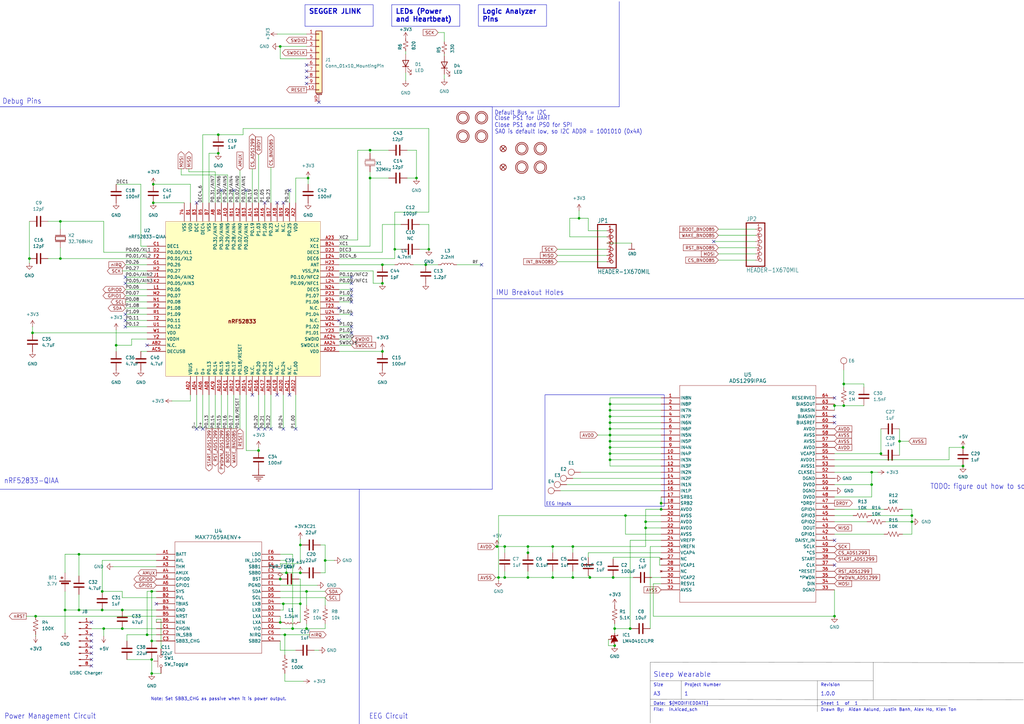
<source format=kicad_sch>
(kicad_sch (version 20250114) (generator "eeschema") (generator_version "9.0")
  (paper "A3")
  (title_block (title "PCA10100 - Interface MCU") (rev "=Rev") (company "Nordic Semiconductor"))
  (rectangle (start 223.52 161.925) (end 272.415 207.645))
  (text "${##}" (at 342.9 289.3822 0) (effects (font (size 1.27 1.27)) (justify left bottom)))
  (text "Sheet	of" (at 336.55 289.3822 0) (effects (font (size 1.27 1.27)) (justify left bottom)))
  (text "Drawn By:" (at 336.55 291.9222 0) (effects (font (size 1.27 1.27)) (justify left bottom)))
  (text "Power Management Circuit" (at 1.778 295.148 0) (effects (font (size 2.1844 1.8567)) (justify left bottom)))
  (text "A3" (at 267.97 285.5722 0) (effects (font (size 1.524 1.524)) (justify left bottom)))
  (text "Close PS1 for UART\nClose PS1 and PS0 for SPI" (at 202.819 52.451 0) (effects (font (size 1.778 1.5113)) (justify left bottom)))
  (text "Sleep Wearable" (at 267.97 277.9522 0) (effects (font (size 2.032 2.032)) (justify left bottom)))
  (text "Note: Set SBB3_CHG as passive when it is power output." (at 89.662 286.766 0) (effects (font (size 1.27 1.27))))
  (text "nRF52833-QIAA" (at 1.651 198.628 0) (effects (font (size 2.1844 1.8567)) (justify left bottom)))
  (text "1" (at 280.67 285.5722 0) (effects (font (size 1.524 1.524)) (justify left bottom)))
  (text "${MODIFIEDDATE}" (at 274.32 289.3822 0) (effects (font (size 1.27 1.27)) (justify left bottom)))
  (text "EEG Inputs" (at 229.108 206.756 0) (effects (font (size 1.27 1.27))))
  (text "Default Bus = I2C" (at 202.819 47.371 0) (effects (font (size 1.778 1.5113)) (justify left bottom)))
  (text "EEG Circuit" (at 151.384 295.148 0) (effects (font (size 2.1844 1.8567)) (justify left bottom)))
  (text "Aidan Aalund, Justin Banh, Alex Ho, Kien Ton " (at 347.98 291.9222 0) (effects (font (size 1.27 1.27)) (justify left bottom)))
  (text "Project Number" (at 280.67 281.7622 0) (effects (font (size 1.27 1.27)) (justify left bottom)))
  (text "File:" (at 267.97 291.9222 0) (effects (font (size 1.27 1.27)) (justify left bottom)))
  (text "${##}" (at 350.52 289.3822 0) (effects (font (size 1.27 1.27)) (justify left bottom)))
  (text "1.0.0" (at 336.55 285.5722 0) (effects (font (size 1.524 1.524)) (justify left bottom)))
  (text "IMU Breakout Holes" (at 203.454 121.412 0) (effects (font (size 2.1844 1.8567)) (justify left bottom)))
  (text "${FILENAME}" (at 274.32 291.9222 0) (effects (font (size 1.27 1.27)) (justify left bottom)))
  (text "Date:" (at 267.97 289.3822 0) (effects (font (size 1.27 1.27)) (justify left bottom)))
  (text "SA0 is default low, so I2C ADDR = 1001010 (0x4A)" (at 202.946 55.118 0) (effects (font (size 1.778 1.5113)) (justify left bottom)))
  (text "Size" (at 267.97 281.7622 0) (effects (font (size 1.27 1.27)) (justify left bottom)))
  (text "TODO: figure out how to source 5v" (at 381.508 200.914 0) (effects (font (size 2.1844 1.8567)) (justify left bottom)))
  (text "Debug Pins" (at 1.016 42.926 0) (effects (font (size 2.1844 1.8567)) (justify left bottom)))
  (text "Revision" (at 336.55 281.7622 0) (effects (font (size 1.27 1.27)) (justify left bottom)))
  (text_box "Logic Analyzer Pins" (at 196.215 1.905 0) (size 27.94 8.89) (margins 1.5 1.5 1.5 1.5) (effects (font (size 2 2) (thickness 0.4) (bold yes)) (justify left top)))
  (text_box "SEGGER JLINK" (at 125.095 1.905 0) (size 27.94 8.89) (margins 1.5 1.5 1.5 1.5) (effects (font (size 2 2) (thickness 0.4) (bold yes)) (justify left top)))
  (text_box "LEDs (Power and Heartbeat)\n" (at 160.655 1.905 0) (size 27.94 8.89) (margins 1.5 1.5 1.5 1.5) (effects (font (size 2 2) (thickness 0.4) (bold yes)) (justify left top)))
  (junction (at 32.385 227.33))
  (junction (at 89.535 55.245))
  (junction (at 50.165 257.81))
  (junction (at 342.265 252.73))
  (junction (at 12.065 106.045))
  (junction (at 271.145 208.915))
  (junction (at 13.335 136.525))
  (junction (at 204.47 236.855))
  (junction (at 207.01 224.155))
  (junction (at 62.23 242.57))
  (junction (at 250.19 165.735))
  (junction (at 264.795 216.535))
  (junction (at 346.075 157.48))
  (junction (at 374.015 211.455))
  (junction (at 357.505 198.755))
  (junction (at 226.695 224.155))
  (junction (at 123.19 247.65))
  (junction (at 123.19 223.52))
  (junction (at 264.795 213.995))
  (junction (at 250.19 188.595))
  (junction (at 250.19 170.815))
  (junction (at 357.505 193.675))
  (junction (at 394.97 191.135))
  (junction (at 151.765 73.025))
  (junction (at 271.145 206.375))
  (junction (at 216.535 224.155))
  (junction (at 203.835 224.155))
  (junction (at 120.015 257.81))
  (junction (at 156.845 144.145))
  (junction (at 252.095 257.81))
  (junction (at 41.91 242.57))
  (junction (at 62.865 75.565))
  (junction (at 116.84 260.35))
  (junction (at 216.535 226.695))
  (junction (at 252.095 264.795))
  (junction (at 89.535 62.865))
  (junction (at 133.35 229.87))
  (junction (at 62.865 83.185))
  (junction (at 170.815 73.025))
  (junction (at 175.895 102.235))
  (junction (at 62.23 276.225))
  (junction (at 346.075 166.37))
  (junction (at 50.165 250.19))
  (junction (at 32.385 250.19))
  (junction (at 258.445 257.81))
  (junction (at 250.19 180.975))
  (junction (at 117.475 234.95))
  (junction (at 256.54 211.455))
  (junction (at 114.935 237.49))
  (junction (at 123.19 234.95))
  (junction (at 161.925 102.235))
  (junction (at 368.935 180.975))
  (junction (at 151.765 61.595))
  (junction (at 14.605 252.73))
  (junction (at 116.205 247.65))
  (junction (at 156.845 116.205))
  (junction (at 250.19 168.275))
  (junction (at 250.19 183.515))
  (junction (at 24.765 106.045))
  (junction (at 26.67 250.19))
  (junction (at 126.365 73.025))
  (junction (at 250.19 175.895))
  (junction (at 251.46 236.855))
  (junction (at 374.015 213.995))
  (junction (at 156.845 108.585))
  (junction (at 174.625 108.585))
  (junction (at 250.19 178.435))
  (junction (at 207.01 236.855))
  (junction (at 216.535 236.855))
  (junction (at 226.695 236.855))
  (junction (at 60.325 260.35))
  (junction (at 361.315 186.055))
  (junction (at 241.935 236.855))
  (junction (at 234.95 224.155))
  (junction (at 62.23 270.51))
  (junction (at 106.045 184.785))
  (junction (at 24.765 90.805))
  (junction (at 47.625 141.605))
  (junction (at 41.91 250.19))
  (junction (at 125.73 242.57))
  (junction (at 114.935 255.27))
  (junction (at 394.97 183.515))
  (junction (at 234.95 236.855))
  (junction (at 342.265 166.37))
  (junction (at 114.935 19.05))
  (junction (at 42.545 257.81))
  (junction (at 237.49 89.535))
  (junction (at 62.23 262.89))
  (junction (at 125.73 257.81))
  (junction (at 250.19 186.055))
  (junction (at 250.19 173.355))
  (no_connect (at 51.435 116.205))
  (no_connect (at 342.265 173.355))
  (no_connect (at 51.435 113.665))
  (no_connect (at 125.73 31.75))
  (no_connect (at 144.145 118.745))
  (no_connect (at 90.805 78.105))
  (no_connect (at 121.285 175.895))
  (no_connect (at 80.645 83.185))
  (no_connect (at 95.885 78.105))
  (no_connect (at 144.145 113.665))
  (no_connect (at 118.745 78.105))
  (no_connect (at 144.145 116.205))
  (no_connect (at 144.145 136.525))
  (no_connect (at 37.465 270.51))
  (no_connect (at 139.065 126.365))
  (no_connect (at 83.185 175.895))
  (no_connect (at 144.145 128.905))
  (no_connect (at 197.485 108.585))
  (no_connect (at 51.435 131.445))
  (no_connect (at 106.045 175.895))
  (no_connect (at 37.465 265.43))
  (no_connect (at 125.73 26.67))
  (no_connect (at 144.145 133.985))
  (no_connect (at 113.665 161.925))
  (no_connect (at 130.81 41.91))
  (no_connect (at 64.135 247.65))
  (no_connect (at 37.465 260.35))
  (no_connect (at 292.735 99.06))
  (no_connect (at 51.435 128.905))
  (no_connect (at 342.265 231.775))
  (no_connect (at 108.585 175.895))
  (no_connect (at 125.73 29.21))
  (no_connect (at 342.265 163.195))
  (no_connect (at 342.265 170.815))
  (no_connect (at 37.465 255.27))
  (no_connect (at 100.965 78.105))
  (no_connect (at 116.205 175.895))
  (no_connect (at 103.505 161.925))
  (no_connect (at 37.465 273.05))
  (no_connect (at 113.665 83.185))
  (no_connect (at 144.145 123.825))
  (no_connect (at 118.745 161.925))
  (no_connect (at 60.325 141.605))
  (no_connect (at 37.465 267.97))
  (no_connect (at 51.435 133.985))
  (no_connect (at 144.145 121.285))
  (no_connect (at 139.065 131.445))
  (no_connect (at 37.465 262.89))
  (no_connect (at 80.645 175.895))
  (no_connect (at 108.585 83.185))
  (no_connect (at 111.125 175.895))
  (no_connect (at 342.265 221.615))
  (no_connect (at 116.205 83.185))
  (no_connect (at 125.73 34.29))
  (wire (pts (xy 100.965 184.785) (xy 100.965 161.925)))
  (polyline (pts (xy 147.32 297.18) (xy 147.32 200.66)) (stroke (width 0.1524) (type solid)))
  (wire (pts (xy 241.3 226.695) (xy 241.3 228.6)))
  (wire (pts (xy 121.285 83.185) (xy 121.285 73.025)))
  (wire (pts (xy 309.88 101.6) (xy 294.64 101.6)) (stroke (width 0.1524)))
  (wire (pts (xy 250.19 175.895) (xy 250.19 178.435)))
  (wire (pts (xy 342.265 166.37) (xy 342.265 168.275)))
  (wire (pts (xy 99.695 52.705) (xy 175.895 52.705)))
  (wire (pts (xy 95.885 83.185) (xy 95.885 78.105)))
  (wire (pts (xy 139.065 141.605) (xy 144.145 141.605)))
  (wire (pts (xy 346.075 157.48) (xy 354.33 157.48)))
  (wire (pts (xy 241.3 236.22) (xy 241.935 236.22)))
  (wire (pts (xy 14.605 260.985) (xy 14.605 260.35)))
  (wire (pts (xy 139.065 98.425) (xy 146.685 98.425)))
  (wire (pts (xy 26.67 227.33) (xy 32.385 227.33)))
  (wire (pts (xy 207.01 224.155) (xy 207.01 226.695)))
  (wire (pts (xy 204.47 236.855) (xy 207.01 236.855)))
  (wire (pts (xy 342.265 165.735) (xy 342.265 166.37)))
  (wire (pts (xy 37.465 257.81) (xy 42.545 257.81)))
  (wire (pts (xy 250.19 191.135) (xy 271.145 191.135)))
  (wire (pts (xy 250.19 173.355) (xy 271.145 173.355)))
  (wire (pts (xy 370.205 219.075) (xy 374.015 219.075)))
  (wire (pts (xy 89.535 55.245) (xy 99.695 55.245)))
  (wire (pts (xy 264.795 208.915) (xy 264.795 213.995)))
  (wire (pts (xy 32.385 243.84) (xy 32.385 250.19)))
  (wire (pts (xy 250.19 178.435) (xy 250.19 180.975)))
  (wire (pts (xy 357.505 193.675) (xy 360.045 193.675)))
  (wire (pts (xy 131.445 234.95) (xy 133.35 234.95)))
  (wire (pts (xy 394.97 191.135) (xy 342.265 191.135)))
  (polyline (pts (xy 193.04 200.66) (xy 201.93 200.66)) (stroke (width 0.1524) (type solid)))
  (wire (pts (xy 250.19 180.975) (xy 271.145 180.975)))
  (wire (pts (xy 234.95 224.155) (xy 234.95 226.695)))
  (wire (pts (xy 32.385 250.19) (xy 41.91 250.19)))
  (wire (pts (xy 271.145 239.395) (xy 267.97 239.395)))
  (wire (pts (xy 203.835 224.155) (xy 207.01 224.155)))
  (wire (pts (xy 271.145 219.075) (xy 256.54 219.075)))
  (wire (pts (xy 116.84 260.35) (xy 114.935 260.35)))
  (wire (pts (xy 121.285 175.895) (xy 121.285 161.925)))
  (polyline (pts (xy 335.28 291.9222) (xy 335.28 279.2222)) (stroke (width 0.0254) (type solid) (color 0 0 0 1)))
  (wire (pts (xy 24.765 90.805) (xy 24.765 93.98)))
  (wire (pts (xy 156.845 143.51) (xy 156.845 144.145)))
  (wire (pts (xy 250.19 165.735) (xy 271.145 165.735)))
  (wire (pts (xy 139.065 121.285) (xy 144.145 121.285)))
  (wire (pts (xy 156.845 92.075) (xy 164.465 92.075)))
  (wire (pts (xy 70.485 164.465) (xy 78.105 164.465)))
  (wire (pts (xy 161.925 102.235) (xy 161.925 106.045)))
  (wire (pts (xy 125.73 257.81) (xy 133.35 257.81)))
  (wire (pts (xy 342.265 193.675) (xy 357.505 193.675)))
  (wire (pts (xy 47.625 141.605) (xy 47.625 135.255)))
  (wire (pts (xy 237.49 89.535) (xy 241.3 89.535)) (stroke (width 0.1524)))
  (wire (pts (xy 355.6 213.995) (xy 342.265 213.995)))
  (wire (pts (xy 60.325 118.745) (xy 51.435 118.745)))
  (wire (pts (xy 60.325 133.985) (xy 51.435 133.985)))
  (wire (pts (xy 258.445 221.615) (xy 271.145 221.615)))
  (wire (pts (xy 46.355 232.41) (xy 64.135 232.41)))
  (wire (pts (xy 57.785 75.565) (xy 57.785 100.965)))
  (polyline (pts (xy 66.04 43.815) (xy 86.36 43.815)) (stroke (width 0.1524) (type solid)))
  (wire (pts (xy 139.065 118.745) (xy 144.145 118.745)))
  (wire (pts (xy 374.015 211.455) (xy 374.015 213.995)))
  (wire (pts (xy 62.23 276.225) (xy 66.04 276.225)))
  (polyline (pts (xy 266.7 271.6022) (xy 419.735 271.78)) (stroke (width 0.0254) (type solid) (color 0 0 0 1)))
  (wire (pts (xy 116.205 247.65) (xy 123.19 247.65)))
  (wire (pts (xy 374.015 208.915) (xy 374.015 211.455)))
  (wire (pts (xy 90.805 83.185) (xy 90.805 78.105)))
  (wire (pts (xy 234.95 224.155) (xy 264.795 224.155)))
  (wire (pts (xy 111.125 68.58) (xy 111.125 83.185)))
  (wire (pts (xy 258.445 257.81) (xy 252.095 257.81)))
  (wire (pts (xy 60.325 139.065) (xy 53.975 139.065)))
  (wire (pts (xy 271.145 208.915) (xy 264.795 208.915)))
  (wire (pts (xy 13.335 136.525) (xy 60.325 136.525)))
  (wire (pts (xy 90.805 175.895) (xy 90.805 161.925)))
  (wire (pts (xy 368.935 175.895) (xy 368.935 180.975)))
  (wire (pts (xy 357.505 203.835) (xy 357.505 198.755)))
  (wire (pts (xy 88.265 175.895) (xy 88.265 161.925)))
  (wire (pts (xy 234.95 234.315) (xy 234.95 236.855)))
  (wire (pts (xy 245.11 178.435) (xy 250.19 178.435)))
  (wire (pts (xy 264.795 216.535) (xy 271.145 216.535)))
  (wire (pts (xy 179.705 13.335) (xy 182.245 13.335)))
  (wire (pts (xy 98.425 83.185) (xy 98.425 69.85)))
  (wire (pts (xy 114.935 234.95) (xy 117.475 234.95)))
  (wire (pts (xy 116.84 268.605) (xy 116.84 260.35)))
  (wire (pts (xy 103.505 69.215) (xy 103.505 83.185)))
  (wire (pts (xy 83.185 83.185) (xy 83.185 55.245)))
  (wire (pts (xy 363.22 213.995) (xy 374.015 213.995)))
  (wire (pts (xy 226.695 236.855) (xy 234.95 236.855)))
  (polyline (pts (xy 201.93 122.555) (xy 420.37 122.555)) (stroke (width 0.1524) (type solid)))
  (wire (pts (xy 60.325 121.285) (xy 51.435 121.285)))
  (wire (pts (xy 120.015 227.33) (xy 120.015 257.81)))
  (wire (pts (xy 234.95 236.855) (xy 241.935 236.855)))
  (polyline (pts (xy 0 43.815) (xy 66.04 43.815)) (stroke (width 0.1524) (type solid)))
  (wire (pts (xy 53.975 141.605) (xy 47.625 141.605)))
  (wire (pts (xy 114.3 19.05) (xy 114.935 19.05)))
  (wire (pts (xy 164.465 102.235) (xy 161.925 102.235)))
  (wire (pts (xy 60.325 128.905) (xy 51.435 128.905)))
  (wire (pts (xy 123.19 237.49) (xy 122.555 237.49)))
  (wire (pts (xy 238.125 193.675) (xy 271.145 193.675)))
  (wire (pts (xy 93.345 71.755) (xy 93.345 83.185)))
  (wire (pts (xy 216.535 224.155) (xy 216.535 226.695)))
  (wire (pts (xy 346.075 151.765) (xy 346.075 157.48)))
  (wire (pts (xy 62.865 75.565) (xy 78.105 75.565)))
  (wire (pts (xy 114.935 247.65) (xy 116.205 247.65)))
  (wire (pts (xy 167.005 73.025) (xy 170.815 73.025)))
  (wire (pts (xy 172.085 102.235) (xy 175.895 102.235)))
  (wire (pts (xy 106.045 63.5) (xy 106.045 83.185)))
  (wire (pts (xy 267.97 239.395) (xy 267.97 252.73)))
  (wire (pts (xy 26.67 259.715) (xy 26.67 250.19)))
  (wire (pts (xy 98.425 175.895) (xy 98.425 161.925)))
  (polyline (pts (xy 86.36 43.815) (xy 187.96 43.815)) (stroke (width 0.1524) (type solid)))
  (wire (pts (xy 88.265 70.485) (xy 88.265 83.185)))
  (wire (pts (xy 60.325 123.825) (xy 51.435 123.825)))
  (polyline (pts (xy 358.14 271.6022) (xy 358.14 286.8422)) (stroke (width 0.0254) (type solid) (color 0 0 0 1)))
  (wire (pts (xy 66.04 254) (xy 66.04 266.065)))
  (wire (pts (xy 250.19 170.815) (xy 271.145 170.815)))
  (wire (pts (xy 41.91 242.57) (xy 50.165 242.57)))
  (wire (pts (xy 250.19 163.195) (xy 271.145 163.195)))
  (wire (pts (xy 125.73 255.905) (xy 125.73 257.81)))
  (wire (pts (xy 250.19 175.895) (xy 271.145 175.895)))
  (wire (pts (xy 151.765 73.025) (xy 151.765 100.965)))
  (wire (pts (xy 309.88 99.06) (xy 292.735 99.06)) (stroke (width 0.1524)))
  (wire (pts (xy 139.065 103.505) (xy 156.845 103.505)))
  (wire (pts (xy 267.335 236.855) (xy 271.145 236.855)))
  (wire (pts (xy 270.51 231.775) (xy 270.51 228.6)))
  (wire (pts (xy 264.795 216.535) (xy 264.795 224.155)))
  (wire (pts (xy 60.325 242.57) (xy 60.325 260.35)))
  (wire (pts (xy 248.92 99.695) (xy 259.08 99.695)) (stroke (width 0.1524)))
  (wire (pts (xy 80.645 175.895) (xy 80.645 161.925)))
  (wire (pts (xy 24.765 101.6) (xy 24.765 106.045)))
  (wire (pts (xy 342.265 198.755) (xy 357.505 198.755)))
  (wire (pts (xy 249.555 262.255) (xy 249.555 264.795)))
  (wire (pts (xy 60.325 113.665) (xy 51.435 113.665)))
  (wire (pts (xy 139.065 116.205) (xy 144.145 116.205)))
  (wire (pts (xy 106.045 175.895) (xy 106.045 161.925)))
  (wire (pts (xy 114.935 24.13) (xy 125.73 24.13)))
  (wire (pts (xy 106.045 184.785) (xy 100.965 184.785)))
  (wire (pts (xy 42.545 260.985) (xy 42.545 257.81)))
  (wire (pts (xy 139.065 128.905) (xy 144.145 128.905)))
  (wire (pts (xy 83.185 55.245) (xy 89.535 55.245)))
  (wire (pts (xy 266.7 224.155) (xy 266.7 257.81)))
  (wire (pts (xy 204.47 211.455) (xy 204.47 236.855)))
  (wire (pts (xy 309.88 106.68) (xy 294.64 106.68)) (stroke (width 0.1524)))
  (wire (pts (xy 368.935 180.975) (xy 368.935 186.69)))
  (wire (pts (xy 374.015 208.915) (xy 370.205 208.915)))
  (wire (pts (xy 170.815 61.595) (xy 167.005 61.595)))
  (wire (pts (xy 66.04 254) (xy 64.135 254)))
  (wire (pts (xy 108.585 175.895) (xy 108.585 161.925)))
  (wire (pts (xy 60.325 111.125) (xy 50.165 111.125)))
  (wire (pts (xy 216.535 226.695) (xy 216.535 227.33)))
  (wire (pts (xy 151.765 61.595) (xy 159.385 61.595)))
  (wire (pts (xy 52.07 260.35) (xy 52.07 262.89)))
  (wire (pts (xy 42.545 90.805) (xy 42.545 103.505)))
  (wire (pts (xy 271.145 206.375) (xy 271.145 208.915)))
  (wire (pts (xy 113.665 13.97) (xy 125.73 13.97)))
  (wire (pts (xy 271.145 224.155) (xy 266.7 224.155)))
  (wire (pts (xy 342.265 166.37) (xy 346.075 166.37)))
  (wire (pts (xy 77.47 70.485) (xy 88.265 70.485)))
  (wire (pts (xy 175.895 86.995) (xy 161.925 86.995)))
  (wire (pts (xy 77.47 69.215) (xy 77.47 70.485)))
  (wire (pts (xy 114.935 227.33) (xy 120.015 227.33)))
  (wire (pts (xy 127 260.35) (xy 116.84 260.35)))
  (wire (pts (xy 357.505 211.455) (xy 374.015 211.455)))
  (wire (pts (xy 357.505 198.755) (xy 357.505 193.675)))
  (wire (pts (xy 47.625 75.565) (xy 57.785 75.565)))
  (wire (pts (xy 114.935 19.05) (xy 125.73 19.05)))
  (polyline (pts (xy 254 0.635) (xy 254 43.815)) (stroke (width 0.1524) (type solid)))
  (wire (pts (xy 78.105 75.565) (xy 78.105 83.185)))
  (wire (pts (xy 139.065 133.985) (xy 144.145 133.985)))
  (wire (pts (xy 151.765 61.595) (xy 151.765 62.865)))
  (wire (pts (xy 114.935 231.14) (xy 114.935 232.41)))
  (wire (pts (xy 187.325 108.585) (xy 197.485 108.585)))
  (wire (pts (xy 114.935 245.11) (xy 133.35 245.11)))
  (wire (pts (xy 121.285 73.025) (xy 126.365 73.025)))
  (wire (pts (xy 133.35 229.87) (xy 133.35 234.95)))
  (wire (pts (xy 233.68 89.535) (xy 237.49 89.535)) (stroke (width 0.1524)))
  (wire (pts (xy 50.165 242.57) (xy 50.165 245.11)))
  (wire (pts (xy 52.07 270.51) (xy 62.23 270.51)))
  (wire (pts (xy 256.54 211.455) (xy 204.47 211.455)))
  (wire (pts (xy 342.265 252.73) (xy 342.265 241.935)))
  (wire (pts (xy 237.49 86.36) (xy 237.49 89.535)) (stroke (width 0.1524)))
  (wire (pts (xy 139.065 113.665) (xy 144.145 113.665)))
  (wire (pts (xy 139.065 108.585) (xy 156.845 108.585)))
  (wire (pts (xy 137.16 229.87) (xy 133.35 229.87)))
  (wire (pts (xy 250.19 168.275) (xy 250.19 170.815)))
  (wire (pts (xy 83.185 175.895) (xy 83.185 161.925)))
  (wire (pts (xy 166.37 22.225) (xy 166.37 20.955)))
  (wire (pts (xy 10.795 252.73) (xy 14.605 252.73)))
  (wire (pts (xy 62.23 242.57) (xy 62.23 262.89)))
  (wire (pts (xy 139.065 139.065) (xy 144.145 139.065)))
  (wire (pts (xy 271.145 211.455) (xy 256.54 211.455)))
  (wire (pts (xy 309.88 104.14) (xy 294.64 104.14)) (stroke (width 0.1524)))
  (wire (pts (xy 114.935 266.7) (xy 121.285 266.7)))
  (wire (pts (xy 117.475 234.95) (xy 117.475 229.87)))
  (wire (pts (xy 250.19 170.815) (xy 250.19 173.355)))
  (wire (pts (xy 123.19 223.52) (xy 123.19 231.14)))
  (wire (pts (xy 123.19 234.95) (xy 123.825 234.95)))
  (wire (pts (xy 115.57 255.27) (xy 114.935 255.27)))
  (polyline (pts (xy -0.635 200.66) (xy 147.32 200.66)) (stroke (width 0.1524) (type solid)))
  (wire (pts (xy 232.41 198.755) (xy 271.145 198.755)))
  (wire (pts (xy 14.605 252.73) (xy 64.135 252.73)))
  (wire (pts (xy 161.925 106.045) (xy 139.065 106.045)))
  (wire (pts (xy 170.815 73.025) (xy 170.815 61.595)))
  (wire (pts (xy 57.785 100.965) (xy 60.325 100.965)))
  (wire (pts (xy 248.92 104.775) (xy 228.6 104.775)) (stroke (width 0.1524)))
  (wire (pts (xy 251.46 236.855) (xy 259.715 236.855)))
  (wire (pts (xy 271.145 231.775) (xy 270.51 231.775)))
  (wire (pts (xy 146.685 98.425) (xy 146.685 61.595)))
  (wire (pts (xy 156.845 108.585) (xy 161.925 108.585)))
  (wire (pts (xy 26.67 227.33) (xy 26.67 234.95)))
  (wire (pts (xy 99.695 55.245) (xy 99.695 52.705)))
  (wire (pts (xy 389.255 183.515) (xy 389.255 188.595)))
  (wire (pts (xy 32.385 227.33) (xy 64.135 227.33)))
  (wire (pts (xy 12.065 90.805) (xy 12.065 106.045)))
  (wire (pts (xy 64.135 229.87) (xy 41.91 229.87)))
  (wire (pts (xy 125.73 257.81) (xy 120.015 257.81)))
  (wire (pts (xy 362.585 219.075) (xy 342.265 219.075)))
  (wire (pts (xy 118.745 83.185) (xy 118.745 78.105)))
  (wire (pts (xy 250.19 178.435) (xy 271.145 178.435)))
  (wire (pts (xy 74.295 71.755) (xy 93.345 71.755)))
  (wire (pts (xy 250.19 188.595) (xy 250.19 191.135)))
  (wire (pts (xy 60.325 108.585) (xy 51.435 108.585)))
  (wire (pts (xy 241.3 226.695) (xy 271.145 226.695)))
  (wire (pts (xy 116.205 175.895) (xy 116.205 161.925)))
  (polyline (pts (xy -0.635 43.815) (xy 201.93 43.815)) (stroke (width 0.1524) (type solid)))
  (wire (pts (xy 133.35 245.11) (xy 133.35 248.285)))
  (wire (pts (xy 389.255 183.515) (xy 394.97 183.515)))
  (wire (pts (xy 271.145 213.995) (xy 264.795 213.995)))
  (wire (pts (xy 125.73 242.57) (xy 114.935 242.57)))
  (wire (pts (xy 241.935 236.855) (xy 251.46 236.855)))
  (wire (pts (xy 60.325 131.445) (xy 51.435 131.445)))
  (polyline (pts (xy 266.7 289.3822) (xy 388.62 289.3822)) (stroke (width 0.0254) (type solid) (color 0 0 0 1)))
  (wire (pts (xy 175.895 102.235) (xy 175.895 92.075)))
  (wire (pts (xy 216.535 224.155) (xy 226.695 224.155)))
  (wire (pts (xy 13.335 133.985) (xy 13.335 136.525)))
  (wire (pts (xy 114.935 266.7) (xy 114.935 262.89)))
  (wire (pts (xy 342.265 188.595) (xy 389.255 188.595)))
  (wire (pts (xy 117.475 229.87) (xy 114.935 229.87)))
  (wire (pts (xy 26.67 242.57) (xy 26.67 250.19)))
  (wire (pts (xy 12.065 106.045) (xy 12.065 107.95)))
  (wire (pts (xy 249.555 264.795) (xy 252.095 264.795)))
  (wire (pts (xy 85.725 62.865) (xy 89.535 62.865)))
  (wire (pts (xy 60.325 116.205) (xy 51.435 116.205)))
  (wire (pts (xy 250.19 183.515) (xy 250.19 186.055)))
  (wire (pts (xy 248.92 97.155) (xy 233.68 97.155)) (stroke (width 0.1524)))
  (wire (pts (xy 85.725 175.895) (xy 85.725 161.925)))
  (wire (pts (xy 85.725 83.185) (xy 85.725 62.865)))
  (wire (pts (xy 125.73 242.57) (xy 125.73 248.285)))
  (wire (pts (xy 248.92 102.235) (xy 228.6 102.235)) (stroke (width 0.1524)))
  (polyline (pts (xy 266.7 296.545) (xy 266.7 271.6022)) (stroke (width 0.0254) (type solid) (color 0 0 0 1)))
  (wire (pts (xy 133.35 255.905) (xy 133.35 257.81)))
  (wire (pts (xy 153.035 116.205) (xy 156.845 116.205)))
  (wire (pts (xy 216.535 236.855) (xy 226.695 236.855)))
  (wire (pts (xy 207.01 236.855) (xy 216.535 236.855)))
  (wire (pts (xy 258.445 221.615) (xy 258.445 257.81)))
  (wire (pts (xy 60.325 242.57) (xy 62.23 242.57)))
  (wire (pts (xy 139.065 123.825) (xy 144.145 123.825)))
  (wire (pts (xy 93.345 175.895) (xy 93.345 161.925)))
  (wire (pts (xy 128.905 266.7) (xy 130.81 266.7)))
  (wire (pts (xy 203.2 236.855) (xy 204.47 236.855)))
  (wire (pts (xy 267.97 252.73) (xy 342.265 252.73)))
  (wire (pts (xy 78.105 164.465) (xy 78.105 161.925)))
  (polyline (pts (xy 147.32 200.66) (xy 193.04 200.66)) (stroke (width 0.1524) (type solid)))
  (polyline (pts (xy 187.96 43.815) (xy 254 43.815)) (stroke (width 0.1524) (type solid)))
  (wire (pts (xy 354.33 157.48) (xy 354.33 158.75)))
  (wire (pts (xy 126.365 73.025) (xy 126.365 75.565)))
  (wire (pts (xy 250.19 173.355) (xy 250.19 175.895)))
  (wire (pts (xy 250.19 180.975) (xy 250.19 183.515)))
  (wire (pts (xy 133.35 223.52) (xy 133.35 229.87)))
  (wire (pts (xy 182.245 30.48) (xy 182.245 32.385)))
  (wire (pts (xy 309.88 96.52) (xy 294.64 96.52)) (stroke (width 0.1524)))
  (wire (pts (xy 114.935 252.73) (xy 114.935 255.27)))
  (wire (pts (xy 32.385 227.33) (xy 32.385 236.22)))
  (wire (pts (xy 53.975 139.065) (xy 53.975 141.605)))
  (wire (pts (xy 346.075 166.37) (xy 354.33 166.37)))
  (wire (pts (xy 114.935 19.05) (xy 114.935 24.13)))
  (wire (pts (xy 139.065 111.125) (xy 153.035 111.125)))
  (wire (pts (xy 116.84 279.4) (xy 116.84 276.225)))
  (wire (pts (xy 57.785 144.145) (xy 60.325 144.145)))
  (wire (pts (xy 182.245 22.86) (xy 182.245 22.225)))
  (wire (pts (xy 270.51 228.6) (xy 251.46 228.6)))
  (wire (pts (xy 153.035 111.125) (xy 153.035 116.205)))
  (wire (pts (xy 125.73 242.57) (xy 133.35 242.57)))
  (wire (pts (xy 250.19 186.055) (xy 250.19 188.595)))
  (wire (pts (xy 234.95 196.215) (xy 271.145 196.215)))
  (wire (pts (xy 50.165 250.19) (xy 64.135 250.19)))
  (wire (pts (xy 151.765 70.485) (xy 151.765 73.025)))
  (wire (pts (xy 361.315 175.895) (xy 361.315 186.055)))
  (wire (pts (xy 116.205 247.65) (xy 116.205 250.19)))
  (wire (pts (xy 248.92 94.615) (xy 241.3 94.615)) (stroke (width 0.1524)))
  (wire (pts (xy 374.015 219.075) (xy 374.015 213.995)))
  (wire (pts (xy 41.91 229.87) (xy 41.91 242.57)))
  (wire (pts (xy 250.19 165.735) (xy 250.19 168.275)))
  (wire (pts (xy 264.795 213.995) (xy 264.795 216.535)))
  (wire (pts (xy 248.92 107.315) (xy 228.6 107.315)) (stroke (width 0.1524)))
  (wire (pts (xy 117.475 234.95) (xy 123.19 234.95)))
  (wire (pts (xy 123.19 247.65) (xy 123.19 255.27)))
  (wire (pts (xy 226.695 224.155) (xy 226.695 226.695)))
  (wire (pts (xy 250.19 168.275) (xy 271.145 168.275)))
  (wire (pts (xy 207.01 234.315) (xy 207.01 236.855)))
  (wire (pts (xy 161.925 86.995) (xy 161.925 102.235)))
  (wire (pts (xy 229.87 201.295) (xy 271.145 201.295)))
  (wire (pts (xy 42.545 257.81) (xy 50.165 257.81)))
  (wire (pts (xy 95.885 175.895) (xy 95.885 161.925)))
  (wire (pts (xy 346.075 157.48) (xy 346.075 158.75)))
  (wire (pts (xy 47.625 141.605) (xy 47.625 144.145)))
  (wire (pts (xy 175.895 52.705) (xy 175.895 86.995)))
  (wire (pts (xy 131.445 223.52) (xy 133.35 223.52)))
  (wire (pts (xy 204.47 238.125) (xy 204.47 236.855)))
  (wire (pts (xy 252.095 255.905) (xy 252.095 257.81)))
  (wire (pts (xy 26.67 250.19) (xy 32.385 250.19)))
  (wire (pts (xy 60.325 126.365) (xy 51.435 126.365)))
  (wire (pts (xy 342.265 203.835) (xy 357.505 203.835)))
  (wire (pts (xy 60.325 260.35) (xy 52.07 260.35)))
  (wire (pts (xy 24.765 90.805) (xy 42.545 90.805)))
  (wire (pts (xy 342.265 186.055) (xy 361.315 186.055)))
  (wire (pts (xy 64.135 260.35) (xy 60.325 260.35)))
  (wire (pts (xy 116.84 279.4) (xy 124.46 279.4)))
  (wire (pts (xy 226.695 234.315) (xy 226.695 236.855)))
  (wire (pts (xy 203.2 224.155) (xy 203.835 224.155)))
  (polyline (pts (xy 279.4 279.2222) (xy 279.4 286.8422)) (stroke (width 0.0254) (type solid) (color 0 0 0 1)))
  (wire (pts (xy 368.935 180.975) (xy 372.745 180.975)))
  (wire (pts (xy 233.68 97.155) (xy 233.68 89.535)) (stroke (width 0.1524)))
  (wire (pts (xy 271.145 203.835) (xy 271.145 206.375)))
  (wire (pts (xy 151.765 100.965) (xy 139.065 100.965)))
  (wire (pts (xy 252.095 257.81) (xy 252.095 259.715)))
  (wire (pts (xy 50.165 245.11) (xy 64.135 245.11)))
  (wire (pts (xy 175.895 92.075) (xy 172.085 92.075)))
  (wire (pts (xy 226.695 224.155) (xy 234.95 224.155)))
  (wire (pts (xy 60.325 103.505) (xy 42.545 103.505)))
  (wire (pts (xy 123.19 220.98) (xy 123.19 223.52)))
  (wire (pts (xy 156.845 103.505) (xy 156.845 92.075)))
  (wire (pts (xy 139.065 144.145) (xy 156.845 144.145)))
  (wire (pts (xy 123.19 223.52) (xy 123.825 223.52)))
  (wire (pts (xy 50.165 257.81) (xy 64.135 257.81)))
  (wire (pts (xy 259.08 257.81) (xy 258.445 257.81)))
  (wire (pts (xy 19.685 90.805) (xy 24.765 90.805)))
  (wire (pts (xy 106.045 183.515) (xy 106.045 184.785)))
  (wire (pts (xy 174.625 108.585) (xy 179.705 108.585)))
  (wire (pts (xy 250.19 163.195) (xy 250.19 165.735)))
  (wire (pts (xy 216.535 234.315) (xy 216.535 236.855)))
  (wire (pts (xy 123.19 237.49) (xy 123.19 247.65)))
  (wire (pts (xy 349.885 211.455) (xy 342.265 211.455)))
  (wire (pts (xy 114.935 240.03) (xy 130.175 240.03)))
  (wire (pts (xy 114.935 250.19) (xy 116.205 250.19)))
  (wire (pts (xy 74.295 69.215) (xy 74.295 71.755)))
  (wire (pts (xy 139.065 136.525) (xy 144.145 136.525)))
  (wire (pts (xy 146.685 61.595) (xy 151.765 61.595)))
  (wire (pts (xy 120.015 257.81) (xy 114.935 257.81)))
  (wire (pts (xy 182.245 17.145) (xy 182.245 13.335)))
  (wire (pts (xy 256.54 219.075) (xy 256.54 211.455)))
  (wire (pts (xy 361.315 186.055) (xy 361.315 186.69)))
  (wire (pts (xy 166.37 29.845) (xy 166.37 33.02)))
  (wire (pts (xy 169.545 108.585) (xy 174.625 108.585)))
  (polyline (pts (xy 266.7 279.2222) (xy 358.14 279.2222)) (stroke (width 0.0254) (type solid) (color 0 0 0 1)))
  (wire (pts (xy 100.965 78.105) (xy 100.965 83.185)))
  (wire (pts (xy 19.685 106.045) (xy 24.765 106.045)))
  (wire (pts (xy 111.125 175.895) (xy 111.125 161.925)))
  (wire (pts (xy 251.46 228.6) (xy 251.46 229.235)))
  (wire (pts (xy 62.23 242.57) (xy 64.135 242.57)))
  (wire (pts (xy 123.19 231.14) (xy 114.935 231.14)))
  (polyline (pts (xy 266.7 286.8422) (xy 419.735 287.02)) (stroke (width 0.0254) (type solid) (color 0 0 0 1)))
  (wire (pts (xy 62.865 83.185) (xy 75.565 83.185)))
  (wire (pts (xy 62.23 262.89) (xy 64.135 262.89)))
  (wire (pts (xy 241.935 236.22) (xy 241.935 236.855)))
  (wire (pts (xy 294.64 93.98) (xy 309.88 93.98)) (stroke (width 0.1524)))
  (wire (pts (xy 159.385 73.025) (xy 151.765 73.025)))
  (wire (pts (xy 241.3 94.615) (xy 241.3 89.535)) (stroke (width 0.1524)))
  (wire (pts (xy 62.23 276.225) (xy 62.23 270.51)))
  (wire (pts (xy 250.19 183.515) (xy 271.145 183.515)))
  (wire (pts (xy 362.585 208.915) (xy 342.265 208.915)))
  (wire (pts (xy 250.19 188.595) (xy 271.145 188.595)))
  (wire (pts (xy 207.01 224.155) (xy 216.535 224.155)))
  (wire (pts (xy 41.91 250.19) (xy 50.165 250.19)))
  (wire (pts (xy 250.19 186.055) (xy 271.145 186.055)))
  (polyline (pts (xy 201.93 200.66) (xy 201.93 43.815)) (stroke (width 0.1524) (type solid)))
  (wire (pts (xy 64.135 254) (xy 64.135 255.27)))
  (wire (pts (xy 24.765 106.045) (xy 60.325 106.045)))
  (label "P0.27" (at 51.435 111.125 0))
  (label "P0.04/AIN2" (at 51.435 113.665 0))
  (label "P0.06" (at 51.435 118.745 0))
  (label "D+" (at 83.185 175.895 90))
  (label "DEC4_6" (at 139.065 106.045 0))
  (label "P0.00/XL1" (at 51.435 103.505 0))
  (label "DEC3" (at 139.065 103.505 0))
  (label "P1.05" (at 108.585 83.185 90))
  (label "P0.19" (at 103.505 83.185 90))
  (label "P0.17" (at 95.885 175.895 90))
  (label "P0.18/RESET" (at 98.425 175.895 90))
  (label "P0.13" (at 85.725 175.895 90))
  (label "P0.29/AIN5" (at 93.345 83.185 90))
  (label "P1.01" (at 139.065 136.525 0))
  (label "P1.07" (at 139.065 121.285 0))
  (label "P0.24" (at 116.205 175.895 90))
  (label "P0.11" (at 51.435 131.445 0))
  (label "P0.15" (at 90.805 175.895 90))
  (label "P0.12" (at 51.435 133.985 0))
  (label "P0.22" (at 111.125 175.895 90))
  (label "P0.08" (at 51.435 123.825 0))
  (label "P0.02/AIN0" (at 98.425 83.185 90))
  (label "P1.04" (at 139.065 128.905 0))
  (label "P1.08" (at 51.435 126.365 0))
  (label "XC2" (at 139.065 98.425 0))
  (label "P0.20" (at 106.045 175.895 90))
  (label "DEC1" (at 47.625 75.565 0))
  (label "P0.25" (at 118.745 83.185 90))
  (label "SWDIO" (at 139.065 139.065 0))
  (label "P1.06" (at 139.065 123.825 0))
  (label "P0.05/AIN3" (at 51.435 116.205 0))
  (label "P0.03/AIN1" (at 100.965 83.185 90))
  (label "P1.03" (at 106.045 83.185 90))
  (label "P0.14" (at 88.265 175.895 90))
  (label "D-" (at 80.645 175.895 90))
  (label "P0.21" (at 108.585 175.895 90))
  (label "P0.26" (at 51.435 108.585 0))
  (label "P0.28/AIN4" (at 95.885 83.185 90))
  (label "P0.10/NFC2" (at 139.065 113.665 0))
  (label "P0.09/NFC1" (at 139.065 116.205 0))
  (label "P0.16" (at 93.345 175.895 90))
  (label "XC1" (at 139.065 100.965 0))
  (label "P0.01/XL2" (at 51.435 106.045 0))
  (label "RF" (at 193.675 108.585 0))
  (label "P0.31/AIN7" (at 88.265 83.185 90))
  (label "P1.02" (at 139.065 133.985 0))
  (label "P1.00" (at 121.285 175.895 90))
  (label "P0.30/AIN6" (at 90.805 83.185 90))
  (label "P0.23" (at 111.125 83.185 90))
  (label "P1.09" (at 51.435 128.905 0))
  (label "SWDCLK" (at 139.065 141.605 0))
  (label "P0.07" (at 51.435 121.285 0))
  (label "DEC4_6" (at 83.185 83.185 90))
  (global_label "RST_ADS1299" (shape output) (at 88.265 175.895 270) (property "Intersheetrefs" "${INTERSHEET_REFS}" (effects (hide yes))))
  (global_label "WAKE_BNO085" (shape input) (at 294.64 96.52 180) (property "Intersheetrefs" "${INTERSHEET_REFS}" (effects (hide yes))))
  (global_label "CS_BNO085" (shape output) (at 111.125 68.58 90) (property "Intersheetrefs" "${INTERSHEET_REFS}" (effects (hide yes))))
  (global_label "DRDY" (shape input) (at 106.045 63.5 90) (property "Intersheetrefs" "${INTERSHEET_REFS}" (effects (hide yes))))
  (global_label "RESET" (shape input) (at 98.425 175.895 270) (property "Intersheetrefs" "${INTERSHEET_REFS}" (effects (hide yes))))
  (global_label "START_ADS1299" (shape output) (at 85.725 175.895 270) (property "Intersheetrefs" "${INTERSHEET_REFS}" (effects (hide yes))))
  (global_label "AVDD" (shape input) (at 342.265 175.895 0) (property "Intersheetrefs" "${INTERSHEET_REFS}" (effects (hide yes))))
  (global_label "BOOT_BNO085" (shape output) (at 93.345 175.895 270) (property "Intersheetrefs" "${INTERSHEET_REFS}" (effects (hide yes))))
  (global_label "AVSS" (shape input) (at 342.265 178.435 0) (property "Intersheetrefs" "${INTERSHEET_REFS}" (effects (hide yes))))
  (global_label "WAKE_BNO085" (shape output) (at 95.885 175.895 270) (property "Intersheetrefs" "${INTERSHEET_REFS}" (effects (hide yes))))
  (global_label "INT_BNO085" (shape input) (at 228.6 107.315 180) (property "Intersheetrefs" "${INTERSHEET_REFS}" (effects (hide yes))))
  (global_label "START_ADS1299" (shape input) (at 342.265 229.235 0) (property "Intersheetrefs" "${INTERSHEET_REFS}" (effects (hide yes))))
  (global_label "CS_BNO085" (shape input) (at 294.64 106.68 180) (property "Intersheetrefs" "${INTERSHEET_REFS}" (effects (hide yes))))
  (global_label "MISO" (shape input) (at 228.6 104.775 180) (property "Intersheetrefs" "${INTERSHEET_REFS}" (effects (hide yes))))
  (global_label "PWDWN_ADS1299" (shape output) (at 90.805 175.895 270) (property "Intersheetrefs" "${INTERSHEET_REFS}" (effects (hide yes))))
  (global_label "RST_BNO085" (shape input) (at 294.64 101.6 180) (property "Intersheetrefs" "${INTERSHEET_REFS}" (effects (hide yes))))
  (global_label "AMUX" (shape input) (at 98.425 69.85 90) (property "Intersheetrefs" "${INTERSHEET_REFS}" (effects (hide yes))))
  (global_label "AVSS" (shape input) (at 271.145 241.935 180) (property "Intersheetrefs" "${INTERSHEET_REFS}" (effects (hide yes))))
  (global_label "SCL" (shape output) (at 51.435 123.825 180) (property "Intersheetrefs" "${INTERSHEET_REFS}" (effects (hide yes))))
  (global_label "SDA" (shape bidirectional) (at 51.435 126.365 180) (property "Intersheetrefs" "${INTERSHEET_REFS}" (effects (hide yes))))
  (global_label "GPIO0" (shape bidirectional) (at 64.135 237.49 180) (property "Intersheetrefs" "${INTERSHEET_REFS}" (effects (hide yes))))
  (global_label "MISO" (shape output) (at 77.47 69.215 90) (property "Intersheetrefs" "${INTERSHEET_REFS}" (effects (hide yes))))
  (global_label "SCK" (shape output) (at 50.165 111.125 180) (property "Intersheetrefs" "${INTERSHEET_REFS}" (effects (hide yes))))
  (global_label "BOOT_BNO085" (shape input) (at 294.64 93.98 180) (property "Intersheetrefs" "${INTERSHEET_REFS}" (effects (hide yes))))
  (global_label "SDA" (shape bidirectional) (at 133.35 242.57 0) (property "Intersheetrefs" "${INTERSHEET_REFS}" (effects (hide yes))))
  (global_label "MOSI" (shape output) (at 74.295 69.215 90) (property "Intersheetrefs" "${INTERSHEET_REFS}" (effects (hide yes))))
  (global_label "SCL" (shape input) (at 133.35 245.11 0) (property "Intersheetrefs" "${INTERSHEET_REFS}" (effects (hide yes))))
  (global_label "MOSI" (shape input) (at 294.64 104.14 180) (property "Intersheetrefs" "${INTERSHEET_REFS}" (effects (hide yes))))
  (global_label "SCK" (shape input) (at 179.705 13.335 180) (property "Intersheetrefs" "${INTERSHEET_REFS}" (effects (hide yes))))
  (global_label "GPIO1" (shape bidirectional) (at 51.435 121.285 180) (property "Intersheetrefs" "${INTERSHEET_REFS}" (effects (hide yes))))
  (global_label "AVDD" (shape input) (at 245.11 178.435 180) (property "Intersheetrefs" "${INTERSHEET_REFS}" (effects (hide yes))))
  (global_label "SWDIO" (shape output) (at 125.73 16.51 180) (property "Intersheetrefs" "${INTERSHEET_REFS}" (effects (hide yes))))
  (global_label "AVDD" (shape input) (at 203.2 224.155 180) (property "Intersheetrefs" "${INTERSHEET_REFS}" (effects (hide yes))))
  (global_label "MISO" (shape input) (at 342.265 216.535 0) (property "Intersheetrefs" "${INTERSHEET_REFS}" (effects (hide yes))))
  (global_label "nIRQ" (shape input) (at 51.435 108.585 180) (property "Intersheetrefs" "${INTERSHEET_REFS}" (effects (hide yes))))
  (global_label "AVSS" (shape input) (at 203.2 236.855 180) (property "Intersheetrefs" "${INTERSHEET_REFS}" (effects (hide yes))))
  (global_label "RESET" (shape output) (at 125.73 36.83 180) (property "Intersheetrefs" "${INTERSHEET_REFS}" (effects (hide yes))))
  (global_label "SWDCLK" (shape input) (at 144.145 141.605 0) (property "Intersheetrefs" "${INTERSHEET_REFS}" (effects (hide yes))))
  (global_label "AVSS" (shape input) (at 372.745 180.975 0) (property "Intersheetrefs" "${INTERSHEET_REFS}" (effects (hide yes))))
  (global_label "CS_ADS1299" (shape input) (at 342.265 226.695 0) (property "Intersheetrefs" "${INTERSHEET_REFS}" (effects (hide yes))))
  (global_label "SCK" (shape input) (at 228.6 102.235 180) (property "Intersheetrefs" "${INTERSHEET_REFS}" (effects (hide yes))))
  (global_label "SCK" (shape input) (at 342.265 224.155 0) (property "Intersheetrefs" "${INTERSHEET_REFS}" (effects (hide yes))))
  (global_label "SWDCLK" (shape output) (at 125.73 21.59 180) (property "Intersheetrefs" "${INTERSHEET_REFS}" (effects (hide yes))))
  (global_label "MOSI" (shape input) (at 342.265 239.395 0) (property "Intersheetrefs" "${INTERSHEET_REFS}" (effects (hide yes))))
  (global_label "AVDD" (shape input) (at 342.265 183.515 0) (property "Intersheetrefs" "${INTERSHEET_REFS}" (effects (hide yes))))
  (global_label "nIRQ" (shape output) (at 127 260.35 0) (property "Intersheetrefs" "${INTERSHEET_REFS}" (effects (hide yes))))
  (global_label "AVSS" (shape input) (at 342.265 180.975 0) (property "Intersheetrefs" "${INTERSHEET_REFS}" (effects (hide yes))))
  (global_label "SWDIO" (shape input) (at 144.145 139.065 0) (property "Intersheetrefs" "${INTERSHEET_REFS}" (effects (hide yes))))
  (global_label "RST_ADS1299" (shape input) (at 342.265 234.315 0) (property "Intersheetrefs" "${INTERSHEET_REFS}" (effects (hide yes))))
  (global_label "DRDY" (shape output) (at 342.265 206.375 0) (property "Intersheetrefs" "${INTERSHEET_REFS}" (effects (hide yes))))
  (global_label "nRST" (shape output) (at 10.795 252.73 180) (property "Intersheetrefs" "${INTERSHEET_REFS}" (effects (hide yes))))
  (global_label "AMUX" (shape output) (at 64.135 234.95 180) (property "Intersheetrefs" "${INTERSHEET_REFS}" (effects (hide yes))))
  (global_label "CS_ADS1299" (shape output) (at 103.505 69.215 90) (property "Intersheetrefs" "${INTERSHEET_REFS}" (effects (hide yes))))
  (global_label "GPIO0" (shape bidirectional) (at 51.435 118.745 180) (property "Intersheetrefs" "${INTERSHEET_REFS}" (effects (hide yes))))
  (global_label "PWDWN_ADS1299" (shape input) (at 342.265 236.855 0) (property "Intersheetrefs" "${INTERSHEET_REFS}" (effects (hide yes))))
  (global_label "GPIO1" (shape bidirectional) (at 64.135 240.03 180) (property "Intersheetrefs" "${INTERSHEET_REFS}" (effects (hide yes))))
  (symbol (lib_id "ECE445L:C") (at 168.275 92.075 270) (unit 1)
    (property "Reference" "C12" (at 168.275 85.09 90))
    (property "Value" "100pF" (at 168.275 87.63 90))
    (property "Footprint" "ECE445L:C_Axial_200mil" (effects (hide yes)))
    (property "Description" "Unpolarized capacitor" (effects (hide yes)))
  )
  (symbol (lib_id "power:GND") (at 204.47 238.125 0) (unit 1)
    (property "Reference" "#PWR047" (effects (hide yes)))
    (property "Value" "GND" (at 204.47 242.57 0))
    (property "Description" "Power symbol creates a global label with name \"GND\" , ground" (effects (hide yes)))
  )
  (symbol (lib_id "imu-eagle-import:MOUNTINGHOLE2.5") (at 197.485 55.88 0) (unit 1)
    (property "Reference" "U$5" (effects (hide yes)))
    (property "Value" "MOUNTINGHOLE2.5" (effects (hide yes)))
    (property "Footprint" "imu:MOUNTINGHOLE_2.5_PLATED" (effects (hide yes)))
  )
  (symbol (lib_id "ECE445L:C") (at 41.91 246.38 0) (unit 1)
    (property "Reference" "C31" (at 45.72 245.1099 0) (effects (justify left)))
    (property "Value" "1uF" (at 45.72 247.6499 0) (effects (justify left)))
    (property "Footprint" "ECE445L:C_Axial_200mil" (effects (hide yes)))
    (property "Description" "Unpolarized capacitor" (effects (hide yes)))
  )
  (symbol (lib_id "Nordic Discrete DB:root_1_XTAL_4-pin_grounded_Nordic Discrete DB.DbLib") (at 151.765 70.485 0) (unit 1)
    (property "Reference" "X1" (at 154.051 67.691 0) (effects (justify left bottom)))
    (property "Value" "${ALTIUM_VALUE}" (at 154.051 70.231 0) (effects (justify left bottom)))
    (property "Footprint" "BT-XTAL_2016" (effects (hide yes)))
    (property "Description" "XTAL SMD 2016, 32MHz, Cl=8pF, Total Tol: ±40ppm" (effects (hide yes)))
    (property "PART NUMBER" "XTAL_SMD2016_32MHz_8pF_General" (effects (hide yes)))
    (property "LATESTREVISIONDATE" "2016-08-19" (effects (hide yes)))
    (property "PIN COUNT" "4" (effects (hide yes)))
    (property "PUBLISHER" "Nordic Semiconductor" (effects (hide yes)))
    (property "PUBLISHED" "2016-08-19" (effects (hide yes)))
    (property "ALTIUM_VALUE" "32MHz" (effects (hide yes)))
    (property "FOOTPRINT DOC" "XTAL_2016" (effects (hide yes)))
  )
  (symbol (lib_id "Device:L") (at 119.38 255.27 270) (unit 1)
    (property "Reference" "L1" (at 119.38 250.19 90))
    (property "Value" "1.5uH" (at 119.38 252.73 90))
    (property "Description" "Inductor" (effects (hide yes)))
  )
  (symbol (lib_id "Device:C") (at 207.01 230.505 0) (unit 1)
    (property "Reference" "C7" (at 210.185 229.2349 0) (effects (justify left)))
    (property "Value" "1uF" (at 210.185 231.7749 0) (effects (justify left)))
    (property "Description" "Unpolarized capacitor" (effects (hide yes)))
  )
  (symbol (lib_id "Device:R_US") (at 252.095 252.095 0) (unit 1)
    (property "Reference" "R1" (at 254 250.8249 0) (effects (justify left)))
    (property "Value" "5.1K" (at 254 253.3649 0) (effects (justify left)))
    (property "Description" "Resistor, US symbol" (effects (hide yes)))
  )
  (symbol (lib_id "ECE445L:C") (at 89.535 59.055 0) (unit 1)
    (property "Reference" "C19" (at 93.345 57.7849 0) (effects (justify left)))
    (property "Value" "1uF" (at 93.345 60.3249 0) (effects (justify left)))
    (property "Footprint" "ECE445L:C_Axial_200mil" (effects (hide yes)))
    (property "Description" "Unpolarized capacitor" (effects (hide yes)))
  )
  (symbol (lib_id "power:GND") (at 62.23 276.225 0) (unit 1)
    (property "Reference" "#PWR07" (effects (hide yes)))
    (property "Value" "GND" (at 62.23 281.305 0))
    (property "Description" "Power symbol creates a global label with name \"GND\" , ground" (effects (hide yes)))
  )
  (symbol (lib_id "power:PWR_FLAG") (at 114.935 237.49 0) (unit 1)
    (property "Reference" "#FLG01" (effects (hide yes)))
    (property "Value" "PWR_FLAG" (at 114.935 232.41 0))
    (property "Description" "Special symbol for telling ERC where power comes from" (effects (hide yes)))
  )
  (symbol (lib_id "Switch:SW_Push") (at 66.04 271.145 90) (unit 1)
    (property "Reference" "SW1" (at 67.31 269.8749 90) (effects (justify right)))
    (property "Value" "SW_Toggle" (at 67.31 272.4149 90) (effects (justify right)))
    (property "Description" "Push button switch, generic, two pins" (effects (hide yes)))
  )
  (symbol (lib_id "ECE445L:C") (at 15.875 106.045 90) (unit 1)
    (property "Reference" "C16" (at 15.875 98.425 90))
    (property "Value" "12pF" (at 15.875 100.965 90))
    (property "Footprint" "ECE445L:C_Axial_200mil" (effects (hide yes)))
    (property "Description" "Unpolarized capacitor" (effects (hide yes)))
  )
  (symbol (lib_id "Device:C") (at 234.95 230.505 0) (unit 1)
    (property "Reference" "C4" (at 238.125 229.2349 0) (effects (justify left)))
    (property "Value" "0.1uF" (at 238.125 231.7749 0) (effects (justify left)))
    (property "Description" "Unpolarized capacitor" (effects (hide yes)))
  )
  (symbol (lib_id "power:GND") (at 156.845 151.765 0) (unit 1)
    (property "Reference" "#PWR013" (effects (hide yes)))
    (property "Value" "GND" (at 156.845 156.845 0))
    (property "Description" "Power symbol creates a global label with name \"GND\" , ground" (effects (hide yes)))
  )
  (symbol (lib_id "Device:L") (at 183.515 108.585 90) (unit 1)
    (property "Reference" "L3" (at 183.515 102.87 90))
    (property "Value" "2.2nH" (at 183.515 105.41 90))
    (property "Description" "Inductor" (effects (hide yes)))
  )
  (symbol (lib_id "power:+3V3") (at 106.045 183.515 0) (unit 1)
    (property "Reference" "#PWR043" (effects (hide yes)))
    (property "Value" "+3V3" (at 106.045 178.435 0))
    (property "Description" "Power symbol creates a global label with name \"+3V3\"" (effects (hide yes)))
  )
  (symbol (lib_id "power:GND") (at 130.81 266.7 90) (unit 1)
    (property "Reference" "#PWR027" (effects (hide yes)))
    (property "Value" "GND" (at 133.985 266.6999 90) (effects (justify right)))
    (property "Description" "Power symbol creates a global label with name \"GND\" , ground" (effects (hide yes)))
  )
  (symbol (lib_id "power:GND") (at 182.245 32.385 0) (unit 1)
    (property "Reference" "#PWR032" (effects (hide yes)))
    (property "Value" "GND" (at 182.245 37.465 0))
    (property "Description" "Power symbol creates a global label with name \"GND\" , ground" (effects (hide yes)))
  )
  (symbol (lib_id "power:+3V3") (at 13.335 133.985 0) (unit 1)
    (property "Reference" "#PWR040" (effects (hide yes)))
    (property "Value" "+3V3" (at 13.335 128.905 0))
    (property "Description" "Power symbol creates a global label with name \"+3V3\"" (effects (hide yes)))
  )
  (symbol (lib_id "power:GND") (at 12.065 107.95 0) (unit 1)
    (property "Reference" "#PWR023" (effects (hide yes)))
    (property "Value" "GND" (at 12.065 113.03 0))
    (property "Description" "Power symbol creates a global label with name \"GND\" , ground" (effects (hide yes)))
  )
  (symbol (lib_id "power:GND") (at 130.175 240.03 90) (unit 1)
    (property "Reference" "#PWR06" (effects (hide yes)))
    (property "Value" "GND" (at 133.985 240.0299 90) (effects (justify right)))
    (property "Description" "Power symbol creates a global label with name \"GND\" , ground" (effects (hide yes)))
  )
  (symbol (lib_id "power:+3V3") (at 156.845 143.51 0) (unit 1)
    (property "Reference" "#PWR041" (effects (hide yes)))
    (property "Value" "+3V3" (at 156.845 138.43 0))
    (property "Description" "Power symbol creates a global label with name \"+3V3\"" (effects (hide yes)))
  )
  (symbol (lib_id "wearable:EEG_Electrode") (at 228.6 198.755 0) (unit 1)
    (property "Reference" "E3" (at 228.6 194.945 0))
  )
  (symbol (lib_id "Device:C") (at 251.46 233.045 0) (unit 1)
    (property "Reference" "C2" (at 254.635 231.7749 0) (effects (justify left)))
    (property "Value" "100uF" (at 254.635 234.3149 0) (effects (justify left)))
    (property "Description" "Unpolarized capacitor" (effects (hide yes)))
  )
  (symbol (lib_id "Device:R_US") (at 116.84 272.415 0) (unit 1)
    (property "Reference" "R3" (at 119.38 271.1449 0) (effects (justify left)))
    (property "Value" "100K" (at 119.38 273.6849 0) (effects (justify left)))
    (property "Description" "Resistor, US symbol" (effects (hide yes)))
  )
  (symbol (lib_id "ECE445L:C") (at 127.635 234.95 90) (unit 1)
    (property "Reference" "C20" (at 127.635 227.33 90))
    (property "Value" "22uF" (at 127.635 229.87 90))
    (property "Footprint" "ECE445L:C_Axial_200mil" (effects (hide yes)))
    (property "Description" "Unpolarized capacitor" (effects (hide yes)))
  )
  (symbol (lib_id "power:GND") (at 342.265 196.215 90) (unit 1)
    (property "Reference" "#PWR01" (effects (hide yes)))
    (property "Value" "GND" (at 345.44 196.2149 90) (effects (justify right)))
    (property "Description" "Power symbol creates a global label with name \"GND\" , ground" (effects (hide yes)))
  )
  (symbol (lib_id "power:GND") (at 114.3 19.05 270) (unit 1)
    (property "Reference" "#PWR033" (effects (hide yes)))
    (property "Value" "GND" (at 110.49 19.0499 90) (effects (justify right)))
    (property "Description" "Power symbol creates a global label with name \"GND\" , ground" (effects (hide yes)))
  )
  (symbol (lib_id "power:GND") (at 57.785 151.765 0) (unit 1)
    (property "Reference" "#PWR010" (effects (hide yes)))
    (property "Value" "GND" (at 57.785 156.845 0))
    (property "Description" "Power symbol creates a global label with name \"GND\" , ground" (effects (hide yes)))
  )
  (symbol (lib_id "Device:C") (at 394.97 187.325 180) (unit 1)
    (property "Reference" "C29" (at 398.145 186.0549 0) (effects (justify right)))
    (property "Value" "1uF" (at 398.145 188.5949 0) (effects (justify right)))
    (property "Description" "Unpolarized capacitor" (effects (hide yes)))
  )
  (symbol (lib_id "power:GND") (at 374.015 213.995 90) (unit 1)
    (property "Reference" "#PWR09" (effects (hide yes)))
    (property "Value" "GND" (at 377.825 213.9949 90) (effects (justify right)))
    (property "Description" "Power symbol creates a global label with name \"GND\" , ground" (effects (hide yes)))
  )
  (symbol (lib_id "Device:C") (at 262.89 257.81 90) (unit 1)
    (property "Reference" "C8" (at 262.89 250.825 90))
    (property "Value" "10uF" (at 262.89 253.365 90))
    (property "Description" "Unpolarized capacitor" (effects (hide yes)))
  )
  (symbol (lib_id "power:+3V3") (at 70.485 164.465 90) (unit 1)
    (property "Reference" "#PWR042" (effects (hide yes)))
    (property "Value" "+3V3" (at 67.31 164.4649 90) (effects (justify left)))
    (property "Description" "Power symbol creates a global label with name \"+3V3\"" (effects (hide yes)))
  )
  (symbol (lib_id "ECE445L:C") (at 126.365 79.375 0) (unit 1)
    (property "Reference" "C42" (at 130.175 78.1049 0) (effects (justify left)))
    (property "Value" "100nF" (at 130.175 80.6449 0) (effects (justify left)))
    (property "Footprint" "ECE445L:C_Axial_200mil" (effects (hide yes)))
    (property "Description" "Unpolarized capacitor" (effects (hide yes)))
  )
  (symbol (lib_id "ECE445L:C") (at 156.845 112.395 180) (unit 1)
    (property "Reference" "C44" (at 160.02 111.1249 0) (effects (justify right)))
    (property "Value" "1pF" (at 160.02 113.6649 0) (effects (justify right)))
    (property "Footprint" "ECE445L:C_Axial_200mil" (effects (hide yes)))
    (property "Description" "Unpolarized capacitor" (effects (hide yes)))
  )
  (symbol (lib_id "wearable:EEG_Electrode") (at 231.14 196.215 0) (unit 1)
    (property "Reference" "E2" (at 231.14 192.405 0))
  )
  (symbol (lib_id "Device:L") (at 165.735 108.585 90) (unit 1)
    (property "Reference" "L4" (at 165.735 102.87 90))
    (property "Value" "4.7nH" (at 165.735 105.41 90))
    (property "Description" "Inductor" (effects (hide yes)))
  )
  (symbol (lib_id "Device:Battery_Cell") (at 26.67 240.03 0) (mirror y) (unit 1)
    (property "Reference" "BT1" (at 23.495 236.9184 0) (effects (justify left)))
    (property "Value" "3.7V" (at 23.495 239.4584 0) (effects (justify left)))
    (property "Description" "Single-cell battery" (effects (hide yes)))
  )
  (symbol (lib_id "power:+3V3") (at 126.365 73.025 0) (unit 1)
    (property "Reference" "#PWR039" (effects (hide yes)))
    (property "Value" "+3V3" (at 126.365 67.945 0))
    (property "Description" "Power symbol creates a global label with name \"+3V3\"" (effects (hide yes)))
  )
  (symbol (lib_id "power:+3V3") (at 360.045 193.675 270) (unit 1)
    (property "Reference" "#PWR036" (effects (hide yes)))
    (property "Value" "+3V3" (at 363.22 193.6749 90) (effects (justify left)))
    (property "Description" "Power symbol creates a global label with name \"+3V3\"" (effects (hide yes)))
  )
  (symbol (lib_id "power:+3V3") (at 166.37 15.875 0) (unit 1)
    (property "Reference" "#PWR030" (effects (hide yes)))
    (property "Value" "+3V3" (at 166.37 12.065 0))
    (property "Description" "Power symbol creates a global label with name \"+3V3\"" (effects (hide yes)))
  )
  (symbol (lib_id "ECE445L:C") (at 168.275 102.235 270) (unit 1)
    (property "Reference" "C10" (at 168.275 95.25 90))
    (property "Value" "NC" (at 168.275 97.79 90))
    (property "Footprint" "ECE445L:C_Axial_200mil" (effects (hide yes)))
    (property "Description" "Unpolarized capacitor" (effects (hide yes)))
  )
  (symbol (lib_id "power:GND") (at 47.625 151.765 0) (unit 1)
    (property "Reference" "#PWR011" (effects (hide yes)))
    (property "Value" "GND" (at 47.625 156.845 0))
    (property "Description" "Power symbol creates a global label with name \"GND\" , ground" (effects (hide yes)))
  )
  (symbol (lib_id "power:+5V") (at 42.545 260.985 180) (unit 1)
    (property "Reference" "#PWR029" (effects (hide yes)))
    (property "Value" "+5V" (at 42.545 266.065 0))
    (property "Description" "Power symbol creates a global label with name \"+5V\"" (effects (hide yes)))
  )
  (symbol (lib_id "imu-eagle-import:GND") (at 259.08 102.235 0) (unit 1)
    (property "Reference" "#U$10" (effects (hide yes)))
    (property "Value" "GND" (at 257.556 104.775 0) (effects (font (size 1.27 1.0795)) (justify left bottom)))
  )
  (symbol (lib_id "MAX77659:MAX77659AENV+") (at 64.135 227.33 0) (unit 1)
    (property "Reference" "U4" (at 89.535 217.805 0) (effects (font (size 1.524 1.524))))
    (property "Value" "MAX77659AENV+" (at 89.535 220.345 0) (effects (font (size 1.524 1.524))))
    (property "Footprint" "21-100509_N302D2+1_MXM" (effects (hide yes)))
    (property "Datasheet" "MAX77659AENV+" (effects (hide yes)))
  )
  (symbol (lib_id "power:GND") (at 252.095 264.795 0) (unit 1)
    (property "Reference" "#PWR04" (effects (hide yes)))
    (property "Value" "GND" (at 252.095 269.24 0))
    (property "Description" "Power symbol creates a global label with name \"GND\" , ground" (effects (hide yes)))
  )
  (symbol (lib_id "imu-eagle-import:MOUNTINGHOLE2.5") (at 213.995 68.58 0) (unit 1)
    (property "Reference" "U$1" (effects (hide yes)))
    (property "Value" "MOUNTINGHOLE2.5" (effects (hide yes)))
    (property "Footprint" "imu:MOUNTINGHOLE_2.5_PLATED" (effects (hide yes)))
  )
  (symbol (lib_id "ECE445L:C") (at 57.785 147.955 0) (unit 1)
    (property "Reference" "C40" (at 61.595 146.6849 0) (effects (justify left)))
    (property "Value" "4.7uF" (at 61.595 149.2249 0) (effects (justify left)))
    (property "Footprint" "ECE445L:C_Axial_200mil" (effects (hide yes)))
    (property "Description" "Unpolarized capacitor" (effects (hide yes)))
  )
  (symbol (lib_id "Device:C") (at 365.125 175.895 90) (unit 1)
    (property "Reference" "C27" (at 365.125 168.91 90))
    (property "Value" "1uF" (at 365.125 171.45 90))
    (property "Description" "Unpolarized capacitor" (effects (hide yes)))
  )
  (symbol (lib_id "power:GND") (at 26.67 259.715 0) (unit 1)
    (property "Reference" "#PWR05" (effects (hide yes)))
    (property "Value" "GND" (at 26.67 264.16 0))
    (property "Description" "Power symbol creates a global label with name \"GND\" , ground" (effects (hide yes)))
  )
  (symbol (lib_id "Nordic Active DB:root_0_nRF52833_QIAA_Nordic Active DB.DbLib") (at 67.945 154.305 0) (unit 1)
    (property "Reference" "U2" (at 60.325 94.5448 0))
    (property "Value" "${ALTIUM_VALUE}" (at 60.325 97.0848 0))
    (property "Footprint" "AQFN50P700X700X85_HS-74N" (effects (hide yes)))
    (property "Description" "Multi-protocol Bluetooth Low Energy, IEEE 802.15.4, ANT and 2.4GHz proprietary system-on-chip" (effects (hide yes)))
    (property "PART NUMBER" "nRF52833-QIAA" (effects (hide yes)))
    (property "LATESTREVISIONDATE" "2018-12-03" (effects (hide yes)))
    (property "PIN COUNT" "73" (effects (hide yes)))
    (property "PUBLISHER" "Nordic Semiconductor" (effects (hide yes)))
    (property "PUBLISHED" "2018-12-03" (effects (hide yes)))
    (property "ALTIUM_VALUE" "nRF52833-QIAA" (effects (hide yes)))
    (property "NOTE" "*" (effects (hide yes)))
    (property "FOOTPRINT DOC" "AQFN-73" (effects (hide yes)))
    (property "MANUFACTURER" "Nordic Semiconductor" (effects (hide yes)))
    (property "MANUFACTURER PART NUMBER" "nRF52833-QIAA" (effects (hide yes)))
  )
  (symbol (lib_id "power:GND") (at 174.625 116.205 0) (unit 1)
    (property "Reference" "#PWR015" (effects (hide yes)))
    (property "Value" "GND" (effects (hide yes)))
    (property "Description" "Power symbol creates a global label with name \"GND\" , ground" (effects (hide yes)))
  )
  (symbol (lib_id "imu-eagle-import:MOUNTINGHOLE2.5") (at 213.995 60.96 0) (unit 1)
    (property "Reference" "U$17" (effects (hide yes)))
    (property "Value" "MOUNTINGHOLE2.5" (effects (hide yes)))
    (property "Footprint" "imu:MOUNTINGHOLE_2.5_PLATED" (effects (hide yes)))
  )
  (symbol (lib_id "Device:R_US") (at 366.395 208.915 90) (unit 1)
    (property "Reference" "R12" (at 366.395 203.2 90))
    (property "Value" "10K" (at 366.395 205.74 90))
    (property "Description" "Resistor, US symbol" (effects (hide yes)))
  )
  (symbol (lib_id "imu-eagle-import:MOUNTINGHOLE2.5") (at 189.865 55.88 0) (unit 1)
    (property "Reference" "U$3" (effects (hide yes)))
    (property "Value" "MOUNTINGHOLE2.5" (effects (hide yes)))
    (property "Footprint" "imu:MOUNTINGHOLE_2.5_PLATED" (effects (hide yes)))
  )
  (symbol (lib_id "Device:R_US") (at 14.605 256.54 0) (unit 1)
    (property "Reference" "R4" (at 17.145 255.2699 0) (effects (justify left)))
    (property "Value" "100K" (at 17.145 257.8099 0) (effects (justify left)))
    (property "Description" "Resistor, US symbol" (effects (hide yes)))
  )
  (symbol (lib_id "ECE445L:C") (at 47.625 79.375 0) (unit 1)
    (property "Reference" "C18" (at 51.435 78.1049 0) (effects (justify left)))
    (property "Value" "100nF" (at 51.435 80.6449 0) (effects (justify left)))
    (property "Footprint" "ECE445L:C_Axial_200mil" (effects (hide yes)))
    (property "Description" "Unpolarized capacitor" (effects (hide yes)))
  )
  (symbol (lib_id "ECE445L:C") (at 15.875 90.805 90) (unit 1)
    (property "Reference" "C9" (at 15.875 83.185 90))
    (property "Value" "12pF" (at 15.875 85.725 90))
    (property "Footprint" "ECE445L:C_Axial_200mil" (effects (hide yes)))
    (property "Description" "Unpolarized capacitor" (effects (hide yes)))
  )
  (symbol (lib_id "Device:LED") (at 182.245 26.67 90) (unit 1)
    (property "Reference" "D4" (at 186.055 26.9874 90) (effects (justify right)))
    (property "Value" "LED" (at 186.055 29.5274 90) (effects (justify right)))
    (property "Description" "Light emitting diode" (effects (hide yes)))
    (property "Sim.Pins" "1=K 2=A" (effects (hide yes)))
  )
  (symbol (lib_id "ECE445L:C") (at 52.07 266.7 0) (unit 1)
    (property "Reference" "C38" (at 55.88 265.4299 0) (effects (justify left)))
    (property "Value" "22uF" (at 55.88 267.9699 0) (effects (justify left)))
    (property "Footprint" "ECE445L:C_Axial_200mil" (effects (hide yes)))
    (property "Description" "Unpolarized capacitor" (effects (hide yes)))
  )
  (symbol (lib_id "Device:C") (at 354.33 162.56 180) (unit 1)
    (property "Reference" "C30" (at 358.14 161.2899 0) (effects (justify right)))
    (property "Value" "1.5nF" (at 358.14 163.8299 0) (effects (justify right)))
    (property "Description" "Unpolarized capacitor" (effects (hide yes)))
  )
  (symbol (lib_id "ECE445L:C") (at 156.845 147.955 0) (unit 1)
    (property "Reference" "C15" (at 160.655 146.6849 0) (effects (justify left)))
    (property "Value" "100nF" (at 160.655 149.2249 0) (effects (justify left)))
    (property "Footprint" "ECE445L:C_Axial_200mil" (effects (hide yes)))
    (property "Description" "Unpolarized capacitor" (effects (hide yes)))
  )
  (symbol (lib_id "ECE445L:C") (at 163.195 61.595 270) (unit 1)
    (property "Reference" "C43" (at 163.195 54.61 90))
    (property "Value" "12pF" (at 163.195 57.15 90))
    (property "Footprint" "ECE445L:C_Axial_200mil" (effects (hide yes)))
    (property "Description" "Unpolarized capacitor" (effects (hide yes)))
  )
  (symbol (lib_id "power:+3V3") (at 123.19 220.98 0) (unit 1)
    (property "Reference" "#PWR025" (effects (hide yes)))
    (property "Value" "+3V3" (at 123.19 215.9 0))
    (property "Description" "Power symbol creates a global label with name \"+3V3\"" (effects (hide yes)))
  )
  (symbol (lib_id "Device:R_US") (at 133.35 252.095 0) (unit 1)
    (property "Reference" "R8" (at 135.89 250.8249 0) (effects (justify left)))
    (property "Value" "10k" (at 135.89 253.3649 0) (effects (justify left)))
    (property "Description" "Resistor, US symbol" (effects (hide yes)))
  )
  (symbol (lib_id "ECE445L:R_0.125W") (at 166.37 18.415 180) (unit 1)
    (property "Reference" "R6" (at 164.084 19.177 90))
    (property "Value" "820" (at 169.672 18.669 90))
    (property "Footprint" "ECE445L:R_Axial_DIN0204_L3.6mm_D1.6mm_P7.62mm_Horizontal" (effects (hide yes)))
    (property "Datasheet" "https://users.ece.utexas.edu/~valvano/mspm0/CarbonFilmresistors.pdf" (effects (hide yes)))
    (property "Description" "Resistor, small US symbol" (effects (hide yes)))
  )
  (symbol (lib_id "wearable:EEG_Electrode") (at 234.315 193.675 0) (unit 1)
    (property "Reference" "E1" (at 234.315 189.865 0))
  )
  (symbol (lib_id "ADS1299:ADS1299IPAG") (at 271.145 163.195 0) (unit 1)
    (property "Reference" "U5" (at 306.705 153.67 0) (effects (font (size 1.524 1.524))))
    (property "Value" "ADS1299IPAG" (at 306.705 156.21 0) (effects (font (size 1.524 1.524))))
    (property "Footprint" "PAG64_TEX" (effects (hide yes)))
    (property "Datasheet" "https://www.ti.com/lit/gpn/ads1299" (effects (hide yes)))
  )
  (symbol (lib_id "power:GND") (at 47.625 83.185 0) (unit 1)
    (property "Reference" "#PWR019" (effects (hide yes)))
    (property "Value" "GND" (at 47.625 88.265 0))
    (property "Description" "Power symbol creates a global label with name \"GND\" , ground" (effects (hide yes)))
  )
  (symbol (lib_id "ECE445L:C") (at 127.635 223.52 90) (unit 1)
    (property "Reference" "C21" (at 127.635 215.9 90))
    (property "Value" "22uF" (at 127.635 218.44 90))
    (property "Footprint" "ECE445L:C_Axial_200mil" (effects (hide yes)))
    (property "Description" "Unpolarized capacitor" (effects (hide yes)))
  )
  (symbol (lib_id "Device:C") (at 241.3 232.41 0) (unit 1)
    (property "Reference" "C3" (at 244.475 231.1399 0) (effects (justify left)))
    (property "Value" "1uF" (at 244.475 233.6799 0) (effects (justify left)))
    (property "Description" "Unpolarized capacitor" (effects (hide yes)))
  )
  (symbol (lib_id "power:GND") (at 46.355 232.41 270) (unit 1)
    (property "Reference" "#PWR024" (effects (hide yes)))
    (property "Value" "GND" (at 42.545 232.4099 90) (effects (justify right)))
    (property "Description" "Power symbol creates a global label with name \"GND\" , ground" (effects (hide yes)))
  )
  (symbol (lib_id "ECE445L:C") (at 13.335 140.335 0) (unit 1)
    (property "Reference" "C35" (at 17.145 139.0649 0) (effects (justify left)))
    (property "Value" "4.7uF" (at 17.145 141.6049 0) (effects (justify left)))
    (property "Footprint" "ECE445L:C_Axial_200mil" (effects (hide yes)))
    (property "Description" "Unpolarized capacitor" (effects (hide yes)))
  )
  (symbol (lib_id "wearable:EEG_Electrode") (at 346.075 147.955 270) (unit 1)
    (property "Reference" "E6" (at 347.98 147.9549 90) (effects (justify left)))
  )
  (symbol (lib_id "Device:C") (at 216.535 230.505 0) (unit 1)
    (property "Reference" "C6" (at 219.71 229.2349 0) (effects (justify left)))
    (property "Value" "0.1uF" (at 219.71 231.7749 0) (effects (justify left)))
    (property "Description" "Unpolarized capacitor" (effects (hide yes)))
  )
  (symbol (lib_id "ti_LM4041CILPR:LM4041CILPR") (at 252.095 262.255 0) (unit 1)
    (property "Reference" "IC1" (at 255.27 260.4134 0) (effects (justify left)))
    (property "Value" "LM4041CILPR" (at 255.27 262.9534 0) (effects (justify left)))
    (property "Footprint" "ECE445L:ti_LM4041CILPR" (effects (hide yes)))
    (property "Datasheet" "https://www.ti.com/general/docs/suppproductinfo.tsp?distId=26&gotoUrl=https://www.ti.com/lit/gpn/lm4041a12" (effects (hide yes)))
    (property "Distributor" "Mouser" (effects (hide yes)))
    (property "Manufacturer" "Texas Instruments" (effects (hide yes)))
    (property "P/N" "LM4041CILPR" (effects (hide yes)))
    (property "Cost" "0.78" (effects (hide yes)))
  )
  (symbol (lib_id "ECE445L:C") (at 174.625 112.395 0) (unit 1)
    (property "Reference" "C13" (at 177.8 111.1249 0) (effects (justify left)))
    (property "Value" "1.2pF" (at 177.8 113.6649 0) (effects (justify left)))
    (property "Footprint" "ECE445L:C_Axial_200mil" (effects (hide yes)))
    (property "Description" "Unpolarized capacitor" (effects (hide yes)))
  )
  (symbol (lib_id "power:+3V3") (at 14.605 260.985 180) (unit 1)
    (property "Reference" "#PWR028" (effects (hide yes)))
    (property "Value" "+3V3" (at 14.605 266.065 0))
    (property "Description" "Power symbol creates a global label with name \"+3V3\"" (effects (hide yes)))
  )
  (symbol (lib_id "ECE445L:Conn_01x08_Pin") (at 32.385 262.89 0) (unit 1)
    (property "Reference" "J8" (at 34.798 250.825 0))
    (property "Value" "USBC Charger" (at 35.306 275.971 0))
    (property "Footprint" "Connector_PinHeader_2.54mm:PinHeader_1x08_P2.54mm_Vertical" (effects (hide yes)))
    (property "Description" "Generic connector, single row, 01x08, script generated" (effects (hide yes)))
  )
  (symbol (lib_id "ECE445L:C") (at 32.385 240.03 0) (unit 1)
    (property "Reference" "C32" (at 36.195 238.7599 0) (effects (justify left)))
    (property "Value" "4.7uF" (at 36.195 241.2999 0) (effects (justify left)))
    (property "Footprint" "ECE445L:C_Axial_200mil" (effects (hide yes)))
    (property "Description" "Unpolarized capacitor" (effects (hide yes)))
  )
  (symbol (lib_id "power:GND") (at 175.895 102.235 0) (unit 1)
    (property "Reference" "#PWR016" (effects (hide yes)))
    (property "Value" "GND" (at 175.895 107.315 0))
    (property "Description" "Power symbol creates a global label with name \"GND\" , ground" (effects (hide yes)))
  )
  (symbol (lib_id "power:GND") (at 126.365 83.185 0) (unit 1)
    (property "Reference" "#PWR018" (effects (hide yes)))
    (property "Value" "GND" (at 126.365 88.265 0))
    (property "Description" "Power symbol creates a global label with name \"GND\" , ground" (effects (hide yes)))
  )
  (symbol (lib_id "power:GND") (at 394.97 191.135 0) (unit 1)
    (property "Reference" "#PWR045" (effects (hide yes)))
    (property "Value" "GND" (at 394.97 195.58 0))
    (property "Description" "Power symbol creates a global label with name \"GND\" , ground" (effects (hide yes)))
  )
  (symbol (lib_id "ECE445L:C") (at 62.23 266.7 0) (unit 1)
    (property "Reference" "C11" (at 66.04 265.4299 0) (effects (justify left)))
    (property "Value" "22uF" (at 66.04 267.9699 0) (effects (justify left)))
    (property "Footprint" "ECE445L:C_Axial_200mil" (effects (hide yes)))
    (property "Description" "Unpolarized capacitor" (effects (hide yes)))
  )
  (symbol (lib_id "ECE445L:C") (at 125.095 266.7 90) (unit 1)
    (property "Reference" "C17" (at 125.095 259.08 90))
    (property "Value" "1uF" (at 125.095 261.62 90))
    (property "Footprint" "ECE445L:C_Axial_200mil" (effects (hide yes)))
    (property "Description" "Unpolarized capacitor" (effects (hide yes)))
  )
  (symbol (lib_id "imu-eagle-import:MOUNTINGHOLE2.5") (at 221.615 60.96 0) (unit 1)
    (property "Reference" "U$19" (effects (hide yes)))
    (property "Value" "MOUNTINGHOLE2.5" (effects (hide yes)))
    (property "Footprint" "imu:MOUNTINGHOLE_2.5_PLATED" (effects (hide yes)))
  )
  (symbol (lib_id "imu-eagle-import:HEADER-1X670MIL") (at 312.42 101.6 0) (unit 1)
    (property "Reference" "JP2" (at 306.07 90.805 0) (effects (font (size 1.778 1.5113)) (justify left bottom)))
    (property "Value" "HEADER-1X670MIL" (at 306.07 111.76 0) (effects (font (size 1.778 1.5113)) (justify left bottom)))
    (property "Footprint" "imu:1X06_ROUND_70" (effects (hide yes)))
  )
  (symbol (lib_id "imu-eagle-import:FIDUCIAL_1MM") (at 206.375 68.58 0) (unit 1)
    (property "Reference" "FID3" (effects (hide yes)))
    (property "Value" "FIDUCIAL_1MM" (effects (hide yes)))
    (property "Footprint" "imu:FIDUCIAL_1MM" (effects (hide yes)))
  )
  (symbol (lib_id "power:GND") (at 166.37 33.02 0) (unit 1)
    (property "Reference" "#PWR031" (effects (hide yes)))
    (property "Value" "GND" (at 166.37 38.1 0))
    (property "Description" "Power symbol creates a global label with name \"GND\" , ground" (effects (hide yes)))
  )
  (symbol (lib_id "Device:C") (at 263.525 236.855 90) (unit 1)
    (property "Reference" "C1" (at 263.525 229.87 90))
    (property "Value" "1uF" (at 263.525 232.41 90))
    (property "Description" "Unpolarized capacitor" (effects (hide yes)))
  )
  (symbol (lib_id "power:+5V") (at 203.835 224.155 0) (unit 1)
    (property "Reference" "#PWR049" (effects (hide yes)))
    (property "Value" "+5V" (at 203.835 219.71 0))
    (property "Description" "Power symbol creates a global label with name \"+5V\"" (effects (hide yes)))
  )
  (symbol (lib_id "Device:R_US") (at 366.395 219.075 90) (unit 1)
    (property "Reference" "R15" (at 366.395 213.36 90))
    (property "Value" "10K" (at 366.395 215.9 90))
    (property "Description" "Resistor, US symbol" (effects (hide yes)))
  )
  (symbol (lib_id "power:GND") (at 342.265 201.295 90) (unit 1)
    (property "Reference" "#PWR02" (effects (hide yes)))
    (property "Value" "GND" (at 346.075 201.2949 90) (effects (justify right)))
    (property "Description" "Power symbol creates a global label with name \"GND\" , ground" (effects (hide yes)))
  )
  (symbol (lib_id "power:GND") (at 62.865 83.185 0) (unit 1)
    (property "Reference" "#PWR021" (effects (hide yes)))
    (property "Value" "GND" (at 62.865 88.265 0))
    (property "Description" "Power symbol creates a global label with name \"GND\" , ground" (effects (hide yes)))
  )
  (symbol (lib_id "power:+3V3") (at 252.095 248.285 0) (unit 1)
    (property "Reference" "#PWR035" (effects (hide yes)))
    (property "Value" "+3V3" (at 252.095 243.84 0))
    (property "Description" "Power symbol creates a global label with name \"+3V3\"" (effects (hide yes)))
  )
  (symbol (lib_id "Device:C") (at 226.695 230.505 0) (unit 1)
    (property "Reference" "C5" (at 229.87 229.2349 0) (effects (justify left)))
    (property "Value" "1uF" (at 229.87 231.7749 0) (effects (justify left)))
    (property "Description" "Unpolarized capacitor" (effects (hide yes)))
  )
  (symbol (lib_id "power:+3V3") (at 47.625 135.255 0) (unit 1)
    (property "Reference" "#PWR044" (effects (hide yes)))
    (property "Value" "+3V3" (at 47.625 130.175 0))
    (property "Description" "Power symbol creates a global label with name \"+3V3\"" (effects (hide yes)))
  )
  (symbol (lib_id "Device:R_US") (at 359.41 213.995 90) (unit 1)
    (property "Reference" "R14" (at 359.41 208.28 90))
    (property "Value" "10K" (at 359.41 210.82 90))
    (property "Description" "Resistor, US symbol" (effects (hide yes)))
  )
  (symbol (lib_id "power:GND") (at 137.16 229.87 90) (unit 1)
    (property "Reference" "#PWR026" (effects (hide yes)))
    (property "Value" "GND" (at 140.335 229.8699 90) (effects (justify right)))
    (property "Description" "Power symbol creates a global label with name \"GND\" , ground" (effects (hide yes)))
  )
  (symbol (lib_id "imu-eagle-import:MOUNTINGHOLE2.5") (at 221.615 68.58 0) (unit 1)
    (property "Reference" "U$21" (effects (hide yes)))
    (property "Value" "MOUNTINGHOLE2.5" (effects (hide yes)))
    (property "Footprint" "imu:MOUNTINGHOLE_2.5_PLATED" (effects (hide yes)))
  )
  (symbol (lib_id "reference-altium-import:GND_POWER_GROUND") (at 106.045 192.405 0) (unit 1)
    (property "Reference" "#PWR08" (effects (hide yes)))
    (property "Value" "GND" (effects (hide yes)))
  )
  (symbol (lib_id "power:GND") (at 342.265 252.73 0) (unit 1)
    (property "Reference" "#PWR03" (effects (hide yes)))
    (property "Value" "GND" (at 342.265 257.175 0))
    (property "Description" "Power symbol creates a global label with name \"GND\" , ground" (effects (hide yes)))
  )
  (symbol (lib_id "imu-eagle-import:MOUNTINGHOLE2.5") (at 197.485 48.26 0) (unit 1)
    (property "Reference" "U$4" (effects (hide yes)))
    (property "Value" "MOUNTINGHOLE2.5" (effects (hide yes)))
    (property "Footprint" "imu:MOUNTINGHOLE_2.5_PLATED" (effects (hide yes)))
  )
  (symbol (lib_id "imu-eagle-import:MOUNTINGHOLE2.5") (at 189.865 48.26 0) (unit 1)
    (property "Reference" "U$2" (effects (hide yes)))
    (property "Value" "MOUNTINGHOLE2.5" (effects (hide yes)))
    (property "Footprint" "imu:MOUNTINGHOLE_2.5_PLATED" (effects (hide yes)))
  )
  (symbol (lib_id "ECE445L:C") (at 62.865 79.375 0) (unit 1)
    (property "Reference" "C41" (at 66.675 78.1049 0) (effects (justify left)))
    (property "Value" "1uF" (at 66.675 80.6449 0) (effects (justify left)))
    (property "Footprint" "ECE445L:C_Axial_200mil" (effects (hide yes)))
    (property "Description" "Unpolarized capacitor" (effects (hide yes)))
  )
  (symbol (lib_id "nrf52833dk:root_3_XTAL_2-pin") (at 24.765 93.98 0) (unit 1)
    (property "Reference" "X2" (at 27.94 96.5199 0) (effects (justify left)))
    (property "Value" "32.768kHz" (at 27.94 99.0599 0) (effects (justify left)))
    (property "Description" "XTAL SMD 3215, 32.768kHz, 9pF, ±50ppm" (effects (hide yes)))
  )
  (symbol (lib_id "ECE445L:C") (at 163.195 73.025 270) (unit 1)
    (property "Reference" "C14" (at 163.195 66.04 90))
    (property "Value" "12pF" (at 163.195 68.58 90))
    (property "Footprint" "ECE445L:C_Axial_200mil" (effects (hide yes)))
    (property "Description" "Unpolarized capacitor" (effects (hide yes)))
  )
  (symbol (lib_id "power:GND") (at 13.335 144.145 0) (unit 1)
    (property "Reference" "#PWR012" (effects (hide yes)))
    (property "Value" "GND" (at 13.335 149.225 0))
    (property "Description" "Power symbol creates a global label with name \"GND\" , ground" (effects (hide yes)))
  )
  (symbol (lib_id "power:GND") (at 89.535 62.865 0) (unit 1)
    (property "Reference" "#PWR020" (effects (hide yes)))
    (property "Value" "GND" (at 89.535 67.945 0))
    (property "Description" "Power symbol creates a global label with name \"GND\" , ground" (effects (hide yes)))
  )
  (symbol (lib_id "ECE445L:C") (at 106.045 188.595 0) (unit 1)
    (property "Reference" "C34" (at 109.855 187.3249 0) (effects (justify left)))
    (property "Value" "100nF" (at 109.855 189.8649 0) (effects (justify left)))
    (property "Footprint" "ECE445L:C_Axial_200mil" (effects (hide yes)))
    (property "Description" "Unpolarized capacitor" (effects (hide yes)))
  )
  (symbol (lib_id "Device:R_US") (at 346.075 162.56 180) (unit 1)
    (property "Reference" "R2" (at 347.98 161.2899 0) (effects (justify right)))
    (property "Value" "1M" (at 347.98 163.8299 0) (effects (justify right)))
    (property "Description" "Resistor, US symbol" (effects (hide yes)))
  )
  (symbol (lib_id "power:+3V3") (at 62.865 75.565 0) (unit 1)
    (property "Reference" "#PWR038" (effects (hide yes)))
    (property "Value" "+3V3" (at 62.865 70.485 0))
    (property "Description" "Power symbol creates a global label with name \"+3V3\"" (effects (hide yes)))
  )
  (symbol (lib_id "power:+5V") (at 123.19 234.95 0) (unit 1)
    (property "Reference" "#PWR048" (effects (hide yes)))
    (property "Value" "+5V" (at 123.19 230.505 0))
    (property "Description" "Power symbol creates a global label with name \"+5V\"" (effects (hide yes)))
  )
  (symbol (lib_id "power:+3V3") (at 237.49 86.36 0) (unit 1)
    (property "Reference" "#PWR037" (effects (hide yes)))
    (property "Value" "+3V3" (at 237.49 81.28 0))
    (property "Description" "Power symbol creates a global label with name \"+3V3\"" (effects (hide yes)))
  )
  (symbol (lib_id "power:+3V3") (at 124.46 279.4 270) (unit 1)
    (property "Reference" "#PWR034" (effects (hide yes)))
    (property "Value" "+3V3" (at 128.27 279.3999 90) (effects (justify left)))
    (property "Description" "Power symbol creates a global label with name \"+3V3\"" (effects (hide yes)))
  )
  (symbol (lib_id "power:GND") (at 170.815 73.025 0) (unit 1)
    (property "Reference" "#PWR017" (effects (hide yes)))
    (property "Value" "GND" (at 170.815 78.105 0))
    (property "Description" "Power symbol creates a global label with name \"GND\" , ground" (effects (hide yes)))
  )
  (symbol (lib_id "Device:R_US") (at 353.695 211.455 90) (unit 1)
    (property "Reference" "R13" (at 353.695 205.74 90))
    (property "Value" "10K" (at 353.695 208.28 90))
    (property "Description" "Resistor, US symbol" (effects (hide yes)))
  )
  (symbol (lib_id "wearable:EEG_Electrode") (at 226.06 201.295 0) (unit 1)
    (property "Reference" "E4" (at 226.06 197.485 0))
  )
  (symbol (lib_id "imu-eagle-import:FIDUCIAL_1MM") (at 206.375 60.96 0) (unit 1)
    (property "Reference" "FID4" (effects (hide yes)))
    (property "Value" "FIDUCIAL_1MM" (effects (hide yes)))
    (property "Footprint" "imu:FIDUCIAL_1MM" (effects (hide yes)))
  )
  (symbol (lib_id "power:+5V") (at 394.97 183.515 0) (unit 1)
    (property "Reference" "#PWR046" (effects (hide yes)))
    (property "Value" "+5V" (at 394.97 179.07 0))
    (property "Description" "Power symbol creates a global label with name \"+5V\"" (effects (hide yes)))
  )
  (symbol (lib_id "ECE445L:C") (at 47.625 147.955 0) (unit 1)
    (property "Reference" "C36" (at 51.435 146.6849 0) (effects (justify left)))
    (property "Value" "4.7uF" (at 51.435 149.2249 0) (effects (justify left)))
    (property "Footprint" "ECE445L:C_Axial_200mil" (effects (hide yes)))
    (property "Description" "Unpolarized capacitor" (effects (hide yes)))
  )
  (symbol (lib_id "Device:C") (at 365.125 186.69 90) (unit 1)
    (property "Reference" "C28" (at 365.125 179.705 90))
    (property "Value" ".1uF" (at 365.125 182.245 90))
    (property "Description" "Unpolarized capacitor" (effects (hide yes)))
  )
  (symbol (lib_id "ECE445L:C") (at 50.165 254 0) (unit 1)
    (property "Reference" "C33" (at 53.975 252.7299 0) (effects (justify left)))
    (property "Value" "47uF" (at 53.975 255.2699 0) (effects (justify left)))
    (property "Footprint" "ECE445L:C_Axial_200mil" (effects (hide yes)))
    (property "Description" "Unpolarized capacitor" (effects (hide yes)))
  )
  (symbol (lib_id "Connector_Generic_MountingPin:Conn_01x10_MountingPin") (at 130.81 24.13 0) (unit 1)
    (property "Reference" "J1" (at 133.35 24.4855 0) (effects (justify left)))
    (property "Value" "Conn_01x10_MountingPin" (at 133.35 27.0255 0) (effects (justify left)))
    (property "Description" "Generic connectable mounting pin connector, single row, 01x10, script generated (kicad-library-utils/schlib/autogen/connector/)" (effects (hide yes)))
  )
  (symbol (lib_id "ECE445L:R_0.125W") (at 182.245 19.685 180) (unit 1)
    (property "Reference" "R5" (at 179.959 20.447 90))
    (property "Value" "330" (at 185.547 19.939 90))
    (property "Footprint" "ECE445L:R_Axial_DIN0204_L3.6mm_D1.6mm_P7.62mm_Horizontal" (effects (hide yes)))
    (property "Datasheet" "https://users.ece.utexas.edu/~valvano/mspm0/CarbonFilmresistors.pdf" (effects (hide yes)))
    (property "Description" "Resistor, small US symbol" (effects (hide yes)))
  )
  (symbol (lib_id "ECE445L:C") (at 118.745 237.49 90) (unit 1)
    (property "Reference" "C39" (at 118.745 229.87 90))
    (property "Value" "10nF" (at 118.745 232.41 90))
    (property "Footprint" "ECE445L:C_Axial_200mil" (effects (hide yes)))
    (property "Description" "Unpolarized capacitor" (effects (hide yes)))
  )
  (symbol (lib_id "power:GND") (at 156.845 116.205 0) (unit 1)
    (property "Reference" "#PWR014" (effects (hide yes)))
    (property "Value" "GND" (effects (hide yes)))
    (property "Description" "Power symbol creates a global label with name \"GND\" , ground" (effects (hide yes)))
  )
  (symbol (lib_id "power:+3V3") (at 113.665 13.97 90) (unit 1)
    (property "Reference" "#PWR022" (effects (hide yes)))
    (property "Value" "+3V3" (at 109.855 13.97 0))
    (property "Description" "Power symbol creates a global label with name \"+3V3\"" (effects (hide yes)))
  )
  (symbol (lib_id "imu-eagle-import:HEADER-1X670MIL") (at 251.46 102.235 0) (unit 1)
    (property "Reference" "JP1" (at 245.11 91.44 0) (effects (font (size 1.778 1.5113)) (justify left bottom)))
    (property "Value" "HEADER-1X670MIL" (at 245.11 112.395 0) (effects (font (size 1.778 1.5113)) (justify left bottom)))
    (property "Footprint" "imu:1X06_ROUND_70" (effects (hide yes)))
  )
  (symbol (lib_id "Device:LED") (at 166.37 26.035 90) (unit 1)
    (property "Reference" "D1" (at 170.18 26.3524 90) (effects (justify right)))
    (property "Value" "LED" (at 170.18 28.8924 90) (effects (justify right)))
    (property "Description" "Light emitting diode" (effects (hide yes)))
    (property "Sim.Pins" "1=K 2=A" (effects (hide yes)))
  )
  (symbol (lib_id "Device:R_US") (at 125.73 252.095 0) (unit 1)
    (property "Reference" "R7" (at 128.27 250.8249 0) (effects (justify left)))
    (property "Value" "10k" (at 128.27 253.3649 0) (effects (justify left)))
    (property "Description" "Resistor, US symbol" (effects (hide yes)))
  )
)
</source>
